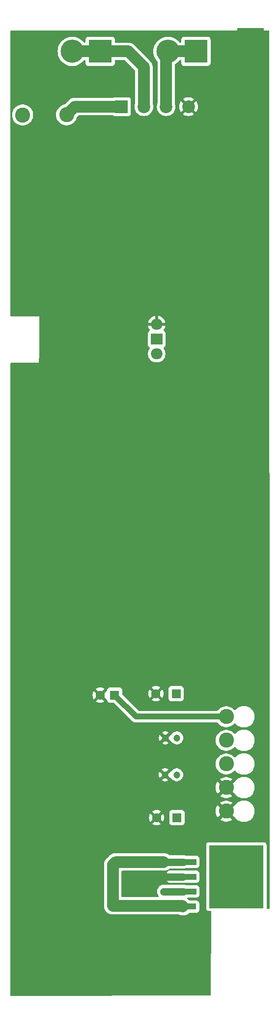
<source format=gbr>
%TF.GenerationSoftware,KiCad,Pcbnew,8.0.0*%
%TF.CreationDate,2025-04-28T00:15:23+02:00*%
%TF.ProjectId,LinearSaturn,4c696e65-6172-4536-9174-75726e2e6b69,rev?*%
%TF.SameCoordinates,Original*%
%TF.FileFunction,Copper,L1,Top*%
%TF.FilePolarity,Positive*%
%FSLAX46Y46*%
G04 Gerber Fmt 4.6, Leading zero omitted, Abs format (unit mm)*
G04 Created by KiCad (PCBNEW 8.0.0) date 2025-04-28 00:15:23*
%MOMM*%
%LPD*%
G01*
G04 APERTURE LIST*
%ADD10C,0.300000*%
%TA.AperFunction,NonConductor*%
%ADD11C,0.300000*%
%TD*%
%TA.AperFunction,ComponentPad*%
%ADD12R,1.600000X1.600000*%
%TD*%
%TA.AperFunction,ComponentPad*%
%ADD13C,1.600000*%
%TD*%
%TA.AperFunction,ComponentPad*%
%ADD14O,2.000000X1.905000*%
%TD*%
%TA.AperFunction,ComponentPad*%
%ADD15C,2.600000*%
%TD*%
%TA.AperFunction,ComponentPad*%
%ADD16O,4.000000X4.000000*%
%TD*%
%TA.AperFunction,ComponentPad*%
%ADD17R,2.000000X1.905000*%
%TD*%
%TA.AperFunction,SMDPad,CuDef*%
%ADD18R,4.000000X4.000000*%
%TD*%
%TA.AperFunction,ComponentPad*%
%ADD19C,1.200000*%
%TD*%
%TA.AperFunction,SMDPad,CuDef*%
%ADD20R,4.600000X1.100000*%
%TD*%
%TA.AperFunction,SMDPad,CuDef*%
%ADD21R,9.400000X10.800000*%
%TD*%
%TA.AperFunction,ComponentPad*%
%ADD22R,2.200000X2.200000*%
%TD*%
%TA.AperFunction,ComponentPad*%
%ADD23C,2.200000*%
%TD*%
%TA.AperFunction,ViaPad*%
%ADD24C,0.800000*%
%TD*%
%TA.AperFunction,Conductor*%
%ADD25C,2.000000*%
%TD*%
%TA.AperFunction,Conductor*%
%ADD26C,1.000000*%
%TD*%
%TA.AperFunction,Conductor*%
%ADD27C,1.250000*%
%TD*%
%TA.AperFunction,Conductor*%
%ADD28C,0.250000*%
%TD*%
G04 APERTURE END LIST*
D10*
D11*
X136625939Y-172800828D02*
X136911653Y-172800828D01*
X136911653Y-172800828D02*
X137054510Y-172729400D01*
X137054510Y-172729400D02*
X137125939Y-172657971D01*
X137125939Y-172657971D02*
X137268796Y-172443685D01*
X137268796Y-172443685D02*
X137340225Y-172157971D01*
X137340225Y-172157971D02*
X137340225Y-171586542D01*
X137340225Y-171586542D02*
X137268796Y-171443685D01*
X137268796Y-171443685D02*
X137197368Y-171372257D01*
X137197368Y-171372257D02*
X137054510Y-171300828D01*
X137054510Y-171300828D02*
X136768796Y-171300828D01*
X136768796Y-171300828D02*
X136625939Y-171372257D01*
X136625939Y-171372257D02*
X136554510Y-171443685D01*
X136554510Y-171443685D02*
X136483082Y-171586542D01*
X136483082Y-171586542D02*
X136483082Y-171943685D01*
X136483082Y-171943685D02*
X136554510Y-172086542D01*
X136554510Y-172086542D02*
X136625939Y-172157971D01*
X136625939Y-172157971D02*
X136768796Y-172229400D01*
X136768796Y-172229400D02*
X137054510Y-172229400D01*
X137054510Y-172229400D02*
X137197368Y-172157971D01*
X137197368Y-172157971D02*
X137268796Y-172086542D01*
X137268796Y-172086542D02*
X137340225Y-171943685D01*
X137840224Y-171800828D02*
X138197367Y-172800828D01*
X138197367Y-172800828D02*
X138554510Y-171800828D01*
X140268795Y-172800828D02*
X140268795Y-171300828D01*
X140983081Y-172800828D02*
X140983081Y-171300828D01*
X140983081Y-171300828D02*
X141840224Y-172800828D01*
X141840224Y-172800828D02*
X141840224Y-171300828D01*
D12*
%TO.P,25v 220uF,1*%
%TO.N,3.3v*%
X146050000Y-164338000D03*
D13*
%TO.P,25v 220uF,GND*%
%TO.N,GND*%
X142550000Y-164338000D03*
%TD*%
D14*
%TO.P,,3*%
%TO.N,N/C*%
X142564000Y-84540000D03*
%TD*%
D15*
%TO.P,,*%
%TO.N,*%
X154544000Y-146972000D03*
%TD*%
D16*
%TO.P,,2*%
%TO.N,N/C*%
X128000000Y-32500000D03*
%TD*%
D17*
%TO.P,,1*%
%TO.N,5v*%
X142564000Y-82000000D03*
%TD*%
D18*
%TO.P,DC IN,DC IN*%
%TO.N,N/C*%
X149326000Y-32500000D03*
%TD*%
D16*
%TO.P,,2*%
%TO.N,N/C*%
X144500000Y-32500000D03*
%TD*%
D19*
%TO.P,50v 0.1uF,*%
%TO.N,GND*%
X144050000Y-150622000D03*
%TO.P,50v 0.1uF,1*%
%TO.N,5v*%
X146050000Y-150622000D03*
%TD*%
D15*
%TO.P,,*%
%TO.N,GND*%
X154544000Y-159164000D03*
%TD*%
D13*
%TO.P,35v 100uF,*%
%TO.N,GND*%
X132810379Y-143256000D03*
D12*
%TO.P,35v 100uF,1*%
%TO.N,N/C*%
X135310379Y-143256000D03*
%TD*%
D15*
%TO.P,,*%
%TO.N,5v*%
X154544000Y-151036000D03*
%TD*%
D20*
%TO.P,LM2940A 3.3v TO263-3,*%
%TO.N,*%
X147133000Y-174498000D03*
D21*
X156283000Y-174498000D03*
D20*
%TO.P,LM2940A 3.3v TO263-3,1*%
%TO.N,N/C*%
X147133000Y-171958000D03*
%TO.P,LM2940A 3.3v TO263-3,3*%
%TO.N,3.3v*%
X147133000Y-177038000D03*
%TO.P,LM2940A 3.3v TO263-3,9V IN (ALT)*%
%TO.N,N/C*%
X147083000Y-179648000D03*
%TD*%
D15*
%TO.P,,*%
%TO.N,GND*%
X154544000Y-163228000D03*
%TD*%
D13*
%TO.P,25v 220uF,*%
%TO.N,GND*%
X142424651Y-143002000D03*
D12*
%TO.P,25v 220uF,5v*%
%TO.N,5v*%
X145924651Y-143002000D03*
%TD*%
D19*
%TO.P,50v 0.1uF,*%
%TO.N,GND*%
X144000000Y-156972000D03*
%TO.P,50v 0.1uF,1*%
%TO.N,3.3v*%
X146000000Y-156972000D03*
%TD*%
D15*
%TO.P,,*%
%TO.N,3.3v*%
X154544000Y-155100000D03*
%TD*%
%TO.P,,1*%
%TO.N,N/C*%
X119452000Y-43434000D03*
%TD*%
D14*
%TO.P,,GND*%
%TO.N,GND*%
X142564000Y-79460000D03*
%TD*%
D22*
%TO.P,REF\u002A\u002A,1*%
%TO.N,N/C*%
X136500000Y-42000000D03*
D23*
%TO.P,REF\u002A\u002A,2*%
X140350000Y-42000000D03*
%TO.P,REF\u002A\u002A,3*%
X144200000Y-42000000D03*
%TO.P,REF\u002A\u002A,4*%
%TO.N,GND*%
X148050000Y-42000000D03*
%TD*%
D18*
%TO.P,DC IN,DC IN*%
%TO.N,N/C*%
X132826000Y-32500000D03*
%TD*%
D15*
%TO.P,,1*%
%TO.N,N/C*%
X127030000Y-43410000D03*
%TD*%
D24*
%TO.N,*%
X143764000Y-171958000D03*
%TO.N,GND*%
X158750000Y-41402000D03*
X160528000Y-43180000D03*
X140395000Y-175260000D03*
X156972000Y-43180000D03*
X160528000Y-41402000D03*
X156972000Y-36322000D03*
X158750000Y-43180000D03*
X141411000Y-175260000D03*
X139379000Y-175260000D03*
X140395000Y-173990000D03*
X142427000Y-175260000D03*
X143443000Y-173990000D03*
X142427000Y-173990000D03*
X160528000Y-36322000D03*
X156972000Y-39878000D03*
X158750000Y-36322000D03*
X160528000Y-38100000D03*
X141411000Y-173990000D03*
X139379000Y-173990000D03*
X156972000Y-38100000D03*
X156972000Y-41402000D03*
X160528000Y-39878000D03*
X143443000Y-175260000D03*
X158750000Y-38100000D03*
X158750000Y-39878000D03*
%TO.N,3.3v*%
X143764000Y-177038000D03*
%TD*%
D25*
%TO.N,*%
X128000000Y-32500000D02*
X132826000Y-32500000D01*
X135000000Y-172458000D02*
X135000000Y-179500000D01*
D26*
X151078000Y-146972000D02*
X151080000Y-146970000D01*
D25*
X140350000Y-35198000D02*
X140350000Y-42000000D01*
X135000000Y-179500000D02*
X146935000Y-179500000D01*
X132826000Y-32500000D02*
X137652000Y-32500000D01*
X127030000Y-43410000D02*
X128440000Y-42000000D01*
X144500000Y-32500000D02*
X144200000Y-32800000D01*
X128440000Y-42000000D02*
X136500000Y-42000000D01*
X144200000Y-32800000D02*
X144200000Y-42000000D01*
X144500000Y-32500000D02*
X149326000Y-32500000D01*
X146935000Y-179500000D02*
X147083000Y-179648000D01*
X137652000Y-32500000D02*
X140350000Y-35198000D01*
D26*
X151080000Y-146970000D02*
X154542000Y-146970000D01*
D25*
X143764000Y-171958000D02*
X135500000Y-171958000D01*
D26*
X139026379Y-146972000D02*
X151078000Y-146972000D01*
D27*
X143764000Y-171958000D02*
X147133000Y-171958000D01*
D25*
X135500000Y-171958000D02*
X135000000Y-172458000D01*
D28*
X154542000Y-146970000D02*
X154544000Y-146972000D01*
X144500000Y-41700000D02*
X144200000Y-42000000D01*
D26*
X135310379Y-143256000D02*
X139026379Y-146972000D01*
%TO.N,GND*%
X140395000Y-173990000D02*
X140395000Y-175260000D01*
X158750000Y-32512000D02*
X158750000Y-43180000D01*
X141411000Y-173990000D02*
X141411000Y-175260000D01*
D28*
X158750000Y-32512000D02*
X160528000Y-34290000D01*
D26*
X143323000Y-174685000D02*
X143443000Y-174565000D01*
X143443000Y-175260000D02*
X139379000Y-175260000D01*
X156972000Y-43180000D02*
X160528000Y-43180000D01*
X143443000Y-174565000D02*
X143443000Y-175260000D01*
X143951000Y-174498000D02*
X143443000Y-173990000D01*
X160528000Y-34290000D02*
X160528000Y-36322000D01*
X139379000Y-174685000D02*
X143323000Y-174685000D01*
X160528000Y-36322000D02*
X160528000Y-43180000D01*
X156972000Y-34290000D02*
X156972000Y-36322000D01*
X143443000Y-173990000D02*
X143443000Y-174565000D01*
X139379000Y-174685000D02*
X139379000Y-175260000D01*
X144205000Y-174498000D02*
X143443000Y-175260000D01*
X156972000Y-36322000D02*
X156972000Y-43180000D01*
X156972000Y-39878000D02*
X160528000Y-39878000D01*
X139379000Y-173990000D02*
X139379000Y-174685000D01*
D27*
X147066000Y-174498000D02*
X143951000Y-174498000D01*
D26*
X156972000Y-38100000D02*
X160528000Y-38100000D01*
X156972000Y-41402000D02*
X160528000Y-41402000D01*
D28*
X158750000Y-32512000D02*
X156972000Y-34290000D01*
D26*
X156972000Y-36322000D02*
X160528000Y-36322000D01*
X142427000Y-173990000D02*
X142427000Y-175260000D01*
X143443000Y-173990000D02*
X139379000Y-173990000D01*
D27*
%TO.N,3.3v*%
X143764000Y-177038000D02*
X147133000Y-177038000D01*
%TD*%
%TA.AperFunction,Conductor*%
%TO.N,GND*%
G36*
X160980203Y-28468002D02*
G01*
X161026696Y-28521658D01*
X161038065Y-28571900D01*
X161290000Y-43688000D01*
X156464000Y-43688000D01*
X156464000Y-28574000D01*
X156484002Y-28505879D01*
X156537658Y-28459386D01*
X156590000Y-28448000D01*
X160912082Y-28448000D01*
X160980203Y-28468002D01*
G37*
%TD.AperFunction*%
%TD*%
%TA.AperFunction,Conductor*%
%TO.N,GND*%
G36*
X161932139Y-28930028D02*
G01*
X161978656Y-28983662D01*
X161990066Y-29035989D01*
X162069933Y-179934928D01*
X162049967Y-180003060D01*
X161996336Y-180049581D01*
X161944932Y-180060991D01*
X161618499Y-180063579D01*
X161550222Y-180044118D01*
X161503305Y-179990832D01*
X161491500Y-179937583D01*
X161491500Y-169049367D01*
X161491499Y-169049350D01*
X161484990Y-168988803D01*
X161484988Y-168988795D01*
X161433889Y-168851797D01*
X161433887Y-168851792D01*
X161346261Y-168734738D01*
X161229207Y-168647112D01*
X161229202Y-168647110D01*
X161092204Y-168596011D01*
X161092196Y-168596009D01*
X161031649Y-168589500D01*
X161031638Y-168589500D01*
X151534362Y-168589500D01*
X151534350Y-168589500D01*
X151473803Y-168596009D01*
X151473795Y-168596011D01*
X151336797Y-168647110D01*
X151336792Y-168647112D01*
X151219738Y-168734738D01*
X151132112Y-168851792D01*
X151132110Y-168851797D01*
X151081011Y-168988795D01*
X151081009Y-168988803D01*
X151074500Y-169049350D01*
X151074500Y-179946649D01*
X151081009Y-180007196D01*
X151081011Y-180007204D01*
X151132110Y-180144202D01*
X151132112Y-180144207D01*
X151219738Y-180261261D01*
X151336792Y-180348887D01*
X151336794Y-180348888D01*
X151336796Y-180348889D01*
X151395875Y-180370924D01*
X151473795Y-180399988D01*
X151473803Y-180399990D01*
X151534350Y-180406499D01*
X151534355Y-180406499D01*
X151534362Y-180406500D01*
X151534368Y-180406500D01*
X151851351Y-180406500D01*
X151919472Y-180426502D01*
X151965965Y-180480158D01*
X151977347Y-180533348D01*
X151975616Y-180790182D01*
X151880842Y-194845066D01*
X151860381Y-194913050D01*
X151806413Y-194959180D01*
X151755064Y-194970216D01*
X117456253Y-195029780D01*
X117388097Y-195009896D01*
X117341511Y-194956321D01*
X117330034Y-194903748D01*
X117336181Y-172581914D01*
X133491499Y-172581914D01*
X133491500Y-172581939D01*
X133491500Y-179381278D01*
X133491500Y-179618722D01*
X133528644Y-179853241D01*
X133528645Y-179853246D01*
X133596146Y-180060991D01*
X133602018Y-180079063D01*
X133709815Y-180290627D01*
X133849380Y-180482722D01*
X133849382Y-180482724D01*
X133849384Y-180482727D01*
X134017272Y-180650615D01*
X134017275Y-180650617D01*
X134017278Y-180650620D01*
X134209373Y-180790185D01*
X134420937Y-180897982D01*
X134646759Y-180971356D01*
X134881278Y-181008500D01*
X146400125Y-181008500D01*
X146457326Y-181022232D01*
X146503937Y-181045982D01*
X146729759Y-181119357D01*
X146964278Y-181156501D01*
X146964281Y-181156501D01*
X147201719Y-181156501D01*
X147201722Y-181156501D01*
X147436241Y-181119357D01*
X147662063Y-181045982D01*
X147873627Y-180938185D01*
X148065722Y-180798620D01*
X148120938Y-180743403D01*
X148183248Y-180709380D01*
X148210032Y-180706500D01*
X149431632Y-180706500D01*
X149431638Y-180706500D01*
X149431645Y-180706499D01*
X149431649Y-180706499D01*
X149492196Y-180699990D01*
X149492199Y-180699989D01*
X149492201Y-180699989D01*
X149629204Y-180648889D01*
X149746261Y-180561261D01*
X149833887Y-180444207D01*
X149833887Y-180444206D01*
X149833889Y-180444204D01*
X149884989Y-180307201D01*
X149891500Y-180246638D01*
X149891500Y-179049362D01*
X149891499Y-179049350D01*
X149884990Y-178988803D01*
X149884988Y-178988795D01*
X149833889Y-178851797D01*
X149833887Y-178851792D01*
X149746261Y-178734738D01*
X149629207Y-178647112D01*
X149629202Y-178647110D01*
X149492204Y-178596011D01*
X149492196Y-178596009D01*
X149431649Y-178589500D01*
X149431638Y-178589500D01*
X148210031Y-178589500D01*
X148141910Y-178569498D01*
X148120936Y-178552595D01*
X148090030Y-178521689D01*
X148090010Y-178521667D01*
X147917727Y-178349384D01*
X147917724Y-178349382D01*
X147917722Y-178349380D01*
X147883388Y-178324435D01*
X147840035Y-178268214D01*
X147833960Y-178197478D01*
X147867091Y-178134686D01*
X147928911Y-178099775D01*
X147957450Y-178096500D01*
X149481632Y-178096500D01*
X149481638Y-178096500D01*
X149481645Y-178096499D01*
X149481649Y-178096499D01*
X149542196Y-178089990D01*
X149542199Y-178089989D01*
X149542201Y-178089989D01*
X149679204Y-178038889D01*
X149776081Y-177966368D01*
X149796261Y-177951261D01*
X149883887Y-177834207D01*
X149883887Y-177834206D01*
X149883889Y-177834204D01*
X149934989Y-177697201D01*
X149941500Y-177636638D01*
X149941500Y-176439362D01*
X149941499Y-176439350D01*
X149934990Y-176378803D01*
X149934988Y-176378795D01*
X149883889Y-176241797D01*
X149883887Y-176241792D01*
X149796261Y-176124738D01*
X149679207Y-176037112D01*
X149679202Y-176037110D01*
X149542204Y-175986011D01*
X149542196Y-175986009D01*
X149481649Y-175979500D01*
X149481638Y-175979500D01*
X147563312Y-175979500D01*
X147524376Y-175973333D01*
X147398433Y-175932412D01*
X147398436Y-175932412D01*
X147365625Y-175927215D01*
X147222208Y-175904500D01*
X143674792Y-175904500D01*
X143498571Y-175932411D01*
X143498565Y-175932412D01*
X143328891Y-175987542D01*
X143328885Y-175987545D01*
X143169913Y-176068546D01*
X143025571Y-176173417D01*
X143025568Y-176173419D01*
X142899419Y-176299568D01*
X142899417Y-176299571D01*
X142794546Y-176443913D01*
X142713545Y-176602885D01*
X142713542Y-176602891D01*
X142658412Y-176772565D01*
X142658411Y-176772570D01*
X142658411Y-176772571D01*
X142630500Y-176948792D01*
X142630500Y-177127208D01*
X142658411Y-177303429D01*
X142658412Y-177303434D01*
X142713542Y-177473108D01*
X142713544Y-177473113D01*
X142794544Y-177632083D01*
X142899415Y-177776426D01*
X142899417Y-177776428D01*
X142902632Y-177780193D01*
X142901833Y-177780874D01*
X142933419Y-177838717D01*
X142928354Y-177909532D01*
X142885807Y-177966368D01*
X142819287Y-177991179D01*
X142810298Y-177991500D01*
X136634500Y-177991500D01*
X136566379Y-177971498D01*
X136519886Y-177917842D01*
X136508500Y-177865500D01*
X136508500Y-175096649D01*
X144324500Y-175096649D01*
X144331009Y-175157196D01*
X144331011Y-175157204D01*
X144382110Y-175294202D01*
X144382112Y-175294207D01*
X144469738Y-175411261D01*
X144586792Y-175498887D01*
X144586794Y-175498888D01*
X144586796Y-175498889D01*
X144645875Y-175520924D01*
X144723795Y-175549988D01*
X144723803Y-175549990D01*
X144784350Y-175556499D01*
X144784355Y-175556499D01*
X144784362Y-175556500D01*
X144784368Y-175556500D01*
X149481632Y-175556500D01*
X149481638Y-175556500D01*
X149481645Y-175556499D01*
X149481649Y-175556499D01*
X149542196Y-175549990D01*
X149542199Y-175549989D01*
X149542201Y-175549989D01*
X149679204Y-175498889D01*
X149796261Y-175411261D01*
X149883889Y-175294204D01*
X149934989Y-175157201D01*
X149941500Y-175096638D01*
X149941500Y-173899362D01*
X149941499Y-173899350D01*
X149934990Y-173838803D01*
X149934988Y-173838795D01*
X149883889Y-173701797D01*
X149883887Y-173701792D01*
X149796261Y-173584738D01*
X149679207Y-173497112D01*
X149679202Y-173497110D01*
X149542204Y-173446011D01*
X149542196Y-173446009D01*
X149481649Y-173439500D01*
X149481638Y-173439500D01*
X144784362Y-173439500D01*
X144784350Y-173439500D01*
X144723803Y-173446009D01*
X144723799Y-173446010D01*
X144681528Y-173461777D01*
X144610712Y-173466841D01*
X144567663Y-173443334D01*
X144569016Y-173474869D01*
X144533226Y-173536185D01*
X144522221Y-173545450D01*
X144469738Y-173584739D01*
X144382112Y-173701792D01*
X144382110Y-173701797D01*
X144331011Y-173838795D01*
X144331009Y-173838803D01*
X144324500Y-173899350D01*
X144324500Y-175096649D01*
X136508500Y-175096649D01*
X136508500Y-173592853D01*
X136528502Y-173524732D01*
X136582158Y-173478239D01*
X136634500Y-173466853D01*
X142555509Y-173466853D01*
X142558793Y-173466500D01*
X143882719Y-173466500D01*
X143882722Y-173466500D01*
X144117241Y-173429356D01*
X144343063Y-173355982D01*
X144389510Y-173332316D01*
X144459282Y-173319212D01*
X144516386Y-173342387D01*
X144519441Y-173299688D01*
X144561988Y-173242852D01*
X144563377Y-173241827D01*
X144737164Y-173115563D01*
X144804032Y-173091705D01*
X144811225Y-173091500D01*
X147222205Y-173091500D01*
X147222208Y-173091500D01*
X147398429Y-173063589D01*
X147524376Y-173022667D01*
X147563312Y-173016500D01*
X149481632Y-173016500D01*
X149481638Y-173016500D01*
X149481645Y-173016499D01*
X149481649Y-173016499D01*
X149542196Y-173009990D01*
X149542199Y-173009989D01*
X149542201Y-173009989D01*
X149679204Y-172958889D01*
X149796261Y-172871261D01*
X149883889Y-172754204D01*
X149934989Y-172617201D01*
X149941500Y-172556638D01*
X149941500Y-171359362D01*
X149935912Y-171307380D01*
X149934990Y-171298803D01*
X149934988Y-171298795D01*
X149883889Y-171161797D01*
X149883887Y-171161792D01*
X149796261Y-171044738D01*
X149679207Y-170957112D01*
X149679202Y-170957110D01*
X149542204Y-170906011D01*
X149542196Y-170906009D01*
X149481649Y-170899500D01*
X149481638Y-170899500D01*
X147563312Y-170899500D01*
X147524376Y-170893333D01*
X147398433Y-170852412D01*
X147398436Y-170852412D01*
X147365625Y-170847215D01*
X147222208Y-170824500D01*
X147222205Y-170824500D01*
X144811225Y-170824500D01*
X144743104Y-170804498D01*
X144737164Y-170800436D01*
X144554630Y-170667817D01*
X144554629Y-170667816D01*
X144554627Y-170667815D01*
X144343063Y-170560018D01*
X144343060Y-170560017D01*
X144343058Y-170560016D01*
X144117246Y-170486645D01*
X144117242Y-170486644D01*
X144117241Y-170486644D01*
X143882722Y-170449500D01*
X143882719Y-170449500D01*
X135623939Y-170449500D01*
X135623915Y-170449499D01*
X135618722Y-170449499D01*
X135381278Y-170449499D01*
X135146759Y-170486644D01*
X135146757Y-170486644D01*
X135146754Y-170486645D01*
X134920941Y-170560016D01*
X134920935Y-170560019D01*
X134709369Y-170667817D01*
X134517277Y-170807380D01*
X134472247Y-170852411D01*
X134349380Y-170975278D01*
X134349377Y-170975281D01*
X134017281Y-171307377D01*
X134017278Y-171307380D01*
X133965308Y-171359350D01*
X133849380Y-171475277D01*
X133755307Y-171604759D01*
X133709817Y-171667369D01*
X133602019Y-171878935D01*
X133602016Y-171878941D01*
X133528645Y-172104754D01*
X133491499Y-172339281D01*
X133491499Y-172581914D01*
X117336181Y-172581914D01*
X117338451Y-164338000D01*
X141237004Y-164338000D01*
X141256951Y-164566002D01*
X141316186Y-164787068D01*
X141316188Y-164787073D01*
X141412913Y-164994501D01*
X141462899Y-165065888D01*
X142150000Y-164378788D01*
X142150000Y-164390661D01*
X142177259Y-164492394D01*
X142229920Y-164583606D01*
X142304394Y-164658080D01*
X142395606Y-164710741D01*
X142497339Y-164738000D01*
X142509210Y-164738000D01*
X141822110Y-165425098D01*
X141822110Y-165425100D01*
X141893498Y-165475086D01*
X142100926Y-165571811D01*
X142100931Y-165571813D01*
X142321999Y-165631048D01*
X142321995Y-165631048D01*
X142550000Y-165650995D01*
X142778002Y-165631048D01*
X142999068Y-165571813D01*
X142999073Y-165571811D01*
X143206497Y-165475088D01*
X143277888Y-165425099D01*
X143277888Y-165425097D01*
X143039440Y-165186649D01*
X144741500Y-165186649D01*
X144748009Y-165247196D01*
X144748011Y-165247204D01*
X144799110Y-165384202D01*
X144799112Y-165384207D01*
X144886738Y-165501261D01*
X145003792Y-165588887D01*
X145003794Y-165588888D01*
X145003796Y-165588889D01*
X145062875Y-165610924D01*
X145140795Y-165639988D01*
X145140803Y-165639990D01*
X145201350Y-165646499D01*
X145201355Y-165646499D01*
X145201362Y-165646500D01*
X145201368Y-165646500D01*
X146898632Y-165646500D01*
X146898638Y-165646500D01*
X146898645Y-165646499D01*
X146898649Y-165646499D01*
X146959196Y-165639990D01*
X146959199Y-165639989D01*
X146959201Y-165639989D01*
X147096204Y-165588889D01*
X147119018Y-165571811D01*
X147213261Y-165501261D01*
X147300887Y-165384207D01*
X147300887Y-165384206D01*
X147300889Y-165384204D01*
X147351989Y-165247201D01*
X147358500Y-165186638D01*
X147358500Y-163489362D01*
X147358094Y-163485584D01*
X147351990Y-163428803D01*
X147351988Y-163428795D01*
X147300889Y-163291797D01*
X147300887Y-163291792D01*
X147253133Y-163228000D01*
X152730930Y-163228000D01*
X152751180Y-163498227D01*
X152811480Y-163762413D01*
X152811481Y-163762416D01*
X152910480Y-164014664D01*
X153045968Y-164249335D01*
X153098092Y-164314696D01*
X153098093Y-164314696D01*
X153605328Y-163807460D01*
X153704967Y-163944602D01*
X153827398Y-164067033D01*
X153964537Y-164166670D01*
X153456455Y-164674752D01*
X153456455Y-164674753D01*
X153637469Y-164798167D01*
X153637470Y-164798168D01*
X153881602Y-164915735D01*
X154140547Y-164995611D01*
X154140555Y-164995612D01*
X154408513Y-165036000D01*
X154679487Y-165036000D01*
X154947444Y-164995612D01*
X154947452Y-164995611D01*
X155206397Y-164915735D01*
X155450529Y-164798168D01*
X155450530Y-164798167D01*
X155631544Y-164674753D01*
X155123461Y-164166670D01*
X155260602Y-164067033D01*
X155383033Y-163944602D01*
X155482670Y-163807461D01*
X155989905Y-164314696D01*
X156022584Y-164312861D01*
X156091720Y-164329012D01*
X156129611Y-164361958D01*
X156197735Y-164450738D01*
X156197739Y-164450742D01*
X156197744Y-164450748D01*
X156369251Y-164622255D01*
X156369256Y-164622259D01*
X156369262Y-164622265D01*
X156561711Y-164769936D01*
X156561714Y-164769938D01*
X156771775Y-164891217D01*
X156771779Y-164891218D01*
X156771788Y-164891224D01*
X156995900Y-164984054D01*
X157230211Y-165046838D01*
X157230215Y-165046838D01*
X157230217Y-165046839D01*
X157292202Y-165054999D01*
X157470712Y-165078500D01*
X157470719Y-165078500D01*
X157713281Y-165078500D01*
X157713288Y-165078500D01*
X157930637Y-165049885D01*
X157953782Y-165046839D01*
X157953782Y-165046838D01*
X157953789Y-165046838D01*
X158188100Y-164984054D01*
X158412212Y-164891224D01*
X158622289Y-164769936D01*
X158814738Y-164622265D01*
X158986265Y-164450738D01*
X159133936Y-164258289D01*
X159255224Y-164048212D01*
X159348054Y-163824100D01*
X159410838Y-163589789D01*
X159442500Y-163349288D01*
X159442500Y-163106712D01*
X159410838Y-162866211D01*
X159348054Y-162631900D01*
X159255224Y-162407788D01*
X159255218Y-162407779D01*
X159255217Y-162407775D01*
X159133938Y-162197714D01*
X159133936Y-162197711D01*
X158986265Y-162005262D01*
X158986259Y-162005256D01*
X158986255Y-162005251D01*
X158814748Y-161833744D01*
X158814742Y-161833739D01*
X158814738Y-161833735D01*
X158622289Y-161686064D01*
X158622288Y-161686063D01*
X158622285Y-161686061D01*
X158412224Y-161564782D01*
X158412216Y-161564778D01*
X158412212Y-161564776D01*
X158188100Y-161471946D01*
X158188097Y-161471945D01*
X158188095Y-161471944D01*
X157953782Y-161409160D01*
X157713290Y-161377500D01*
X157713288Y-161377500D01*
X157470712Y-161377500D01*
X157470709Y-161377500D01*
X157230217Y-161409160D01*
X156995904Y-161471944D01*
X156995900Y-161471946D01*
X156830966Y-161540264D01*
X156771786Y-161564777D01*
X156771775Y-161564782D01*
X156561714Y-161686061D01*
X156369262Y-161833735D01*
X156369251Y-161833744D01*
X156197744Y-162005251D01*
X156197727Y-162005271D01*
X156129613Y-162094039D01*
X156072275Y-162135906D01*
X156022587Y-162143137D01*
X155989906Y-162141301D01*
X155482669Y-162648537D01*
X155383033Y-162511398D01*
X155260602Y-162388967D01*
X155123460Y-162289329D01*
X155631543Y-161781246D01*
X155631543Y-161781244D01*
X155450537Y-161657836D01*
X155450529Y-161657831D01*
X155206397Y-161540264D01*
X154947452Y-161460388D01*
X154947444Y-161460387D01*
X154679487Y-161420000D01*
X154408513Y-161420000D01*
X154140555Y-161460387D01*
X154140547Y-161460388D01*
X153881602Y-161540264D01*
X153637470Y-161657831D01*
X153637462Y-161657836D01*
X153456455Y-161781244D01*
X153456455Y-161781246D01*
X153964538Y-162289329D01*
X153827398Y-162388967D01*
X153704967Y-162511398D01*
X153605329Y-162648538D01*
X153098093Y-162141302D01*
X153098091Y-162141302D01*
X153045968Y-162206664D01*
X152910480Y-162441335D01*
X152811481Y-162693583D01*
X152811480Y-162693586D01*
X152751180Y-162957772D01*
X152730930Y-163228000D01*
X147253133Y-163228000D01*
X147213261Y-163174738D01*
X147096207Y-163087112D01*
X147096202Y-163087110D01*
X146959204Y-163036011D01*
X146959196Y-163036009D01*
X146898649Y-163029500D01*
X146898638Y-163029500D01*
X145201362Y-163029500D01*
X145201350Y-163029500D01*
X145140803Y-163036009D01*
X145140795Y-163036011D01*
X145003797Y-163087110D01*
X145003792Y-163087112D01*
X144886738Y-163174738D01*
X144799112Y-163291792D01*
X144799110Y-163291797D01*
X144748011Y-163428795D01*
X144748009Y-163428803D01*
X144741500Y-163489350D01*
X144741500Y-165186649D01*
X143039440Y-165186649D01*
X142590791Y-164738000D01*
X142602661Y-164738000D01*
X142704394Y-164710741D01*
X142795606Y-164658080D01*
X142870080Y-164583606D01*
X142922741Y-164492394D01*
X142950000Y-164390661D01*
X142950000Y-164378791D01*
X143637097Y-165065888D01*
X143637099Y-165065888D01*
X143687088Y-164994497D01*
X143783811Y-164787073D01*
X143783813Y-164787068D01*
X143843048Y-164566002D01*
X143862995Y-164338000D01*
X143843048Y-164109997D01*
X143783813Y-163888931D01*
X143783811Y-163888926D01*
X143687086Y-163681498D01*
X143637100Y-163610110D01*
X143637098Y-163610110D01*
X142950000Y-164297208D01*
X142950000Y-164285339D01*
X142922741Y-164183606D01*
X142870080Y-164092394D01*
X142795606Y-164017920D01*
X142704394Y-163965259D01*
X142602661Y-163938000D01*
X142590790Y-163938000D01*
X143277888Y-163250899D01*
X143277888Y-163250898D01*
X143206501Y-163200913D01*
X142999073Y-163104188D01*
X142999068Y-163104186D01*
X142778000Y-163044951D01*
X142778004Y-163044951D01*
X142550000Y-163025004D01*
X142321997Y-163044951D01*
X142100931Y-163104186D01*
X142100926Y-163104188D01*
X141893500Y-163200913D01*
X141822109Y-163250900D01*
X142509209Y-163938000D01*
X142497339Y-163938000D01*
X142395606Y-163965259D01*
X142304394Y-164017920D01*
X142229920Y-164092394D01*
X142177259Y-164183606D01*
X142150000Y-164285339D01*
X142150000Y-164297209D01*
X141462900Y-163610109D01*
X141412913Y-163681500D01*
X141316188Y-163888926D01*
X141316186Y-163888931D01*
X141256951Y-164109997D01*
X141237004Y-164338000D01*
X117338451Y-164338000D01*
X117339876Y-159164000D01*
X152730930Y-159164000D01*
X152751180Y-159434227D01*
X152811480Y-159698413D01*
X152811481Y-159698416D01*
X152910480Y-159950664D01*
X153045968Y-160185335D01*
X153098092Y-160250696D01*
X153098093Y-160250696D01*
X153605328Y-159743460D01*
X153704967Y-159880602D01*
X153827398Y-160003033D01*
X153964537Y-160102670D01*
X153456455Y-160610752D01*
X153456455Y-160610753D01*
X153637469Y-160734167D01*
X153637470Y-160734168D01*
X153881602Y-160851735D01*
X154140547Y-160931611D01*
X154140555Y-160931612D01*
X154408513Y-160972000D01*
X154679487Y-160972000D01*
X154947444Y-160931612D01*
X154947452Y-160931611D01*
X155206397Y-160851735D01*
X155450529Y-160734168D01*
X155450530Y-160734167D01*
X155631544Y-160610753D01*
X155123461Y-160102670D01*
X155260602Y-160003033D01*
X155383033Y-159880602D01*
X155482670Y-159743461D01*
X155989905Y-160250696D01*
X156022584Y-160248861D01*
X156091720Y-160265012D01*
X156129611Y-160297958D01*
X156197735Y-160386738D01*
X156197739Y-160386742D01*
X156197744Y-160386748D01*
X156369251Y-160558255D01*
X156369256Y-160558259D01*
X156369262Y-160558265D01*
X156561711Y-160705936D01*
X156561714Y-160705938D01*
X156771775Y-160827217D01*
X156771779Y-160827218D01*
X156771788Y-160827224D01*
X156995900Y-160920054D01*
X157230211Y-160982838D01*
X157230215Y-160982838D01*
X157230217Y-160982839D01*
X157292202Y-160990999D01*
X157470712Y-161014500D01*
X157470719Y-161014500D01*
X157713281Y-161014500D01*
X157713288Y-161014500D01*
X157930637Y-160985885D01*
X157953782Y-160982839D01*
X157953782Y-160982838D01*
X157953789Y-160982838D01*
X158188100Y-160920054D01*
X158412212Y-160827224D01*
X158622289Y-160705936D01*
X158814738Y-160558265D01*
X158986265Y-160386738D01*
X159133936Y-160194289D01*
X159255224Y-159984212D01*
X159348054Y-159760100D01*
X159410838Y-159525789D01*
X159442500Y-159285288D01*
X159442500Y-159042712D01*
X159410838Y-158802211D01*
X159348054Y-158567900D01*
X159255224Y-158343788D01*
X159255218Y-158343779D01*
X159255217Y-158343775D01*
X159133938Y-158133714D01*
X159133936Y-158133711D01*
X158986265Y-157941262D01*
X158986259Y-157941256D01*
X158986255Y-157941251D01*
X158814748Y-157769744D01*
X158814742Y-157769739D01*
X158814738Y-157769735D01*
X158622289Y-157622064D01*
X158622288Y-157622063D01*
X158622285Y-157622061D01*
X158412224Y-157500782D01*
X158412216Y-157500778D01*
X158412212Y-157500776D01*
X158188100Y-157407946D01*
X158188097Y-157407945D01*
X158188095Y-157407944D01*
X157953782Y-157345160D01*
X157713290Y-157313500D01*
X157713288Y-157313500D01*
X157470712Y-157313500D01*
X157470709Y-157313500D01*
X157230217Y-157345160D01*
X156995904Y-157407944D01*
X156995900Y-157407946D01*
X156830966Y-157476264D01*
X156771786Y-157500777D01*
X156771775Y-157500782D01*
X156561714Y-157622061D01*
X156369262Y-157769735D01*
X156369251Y-157769744D01*
X156197744Y-157941251D01*
X156197727Y-157941271D01*
X156129613Y-158030039D01*
X156072275Y-158071906D01*
X156022587Y-158079137D01*
X155989906Y-158077301D01*
X155482669Y-158584537D01*
X155383033Y-158447398D01*
X155260602Y-158324967D01*
X155123460Y-158225329D01*
X155631543Y-157717246D01*
X155631543Y-157717244D01*
X155450537Y-157593836D01*
X155450529Y-157593831D01*
X155206397Y-157476264D01*
X154947452Y-157396388D01*
X154947444Y-157396387D01*
X154679487Y-157356000D01*
X154408513Y-157356000D01*
X154140555Y-157396387D01*
X154140547Y-157396388D01*
X153881602Y-157476264D01*
X153637470Y-157593831D01*
X153637462Y-157593836D01*
X153456455Y-157717244D01*
X153456455Y-157717246D01*
X153964538Y-158225329D01*
X153827398Y-158324967D01*
X153704967Y-158447398D01*
X153605329Y-158584538D01*
X153098093Y-158077302D01*
X153098091Y-158077302D01*
X153045968Y-158142664D01*
X152910480Y-158377335D01*
X152811481Y-158629583D01*
X152811480Y-158629586D01*
X152751180Y-158893772D01*
X152730930Y-159164000D01*
X117339876Y-159164000D01*
X117340220Y-157914214D01*
X143416994Y-157914214D01*
X143504007Y-157968090D01*
X143504014Y-157968093D01*
X143695474Y-158042266D01*
X143695477Y-158042267D01*
X143897331Y-158080000D01*
X144102669Y-158080000D01*
X144304522Y-158042267D01*
X144304525Y-158042266D01*
X144495988Y-157968092D01*
X144495997Y-157968087D01*
X144583005Y-157914214D01*
X144000001Y-157331210D01*
X144000000Y-157331210D01*
X143416994Y-157914214D01*
X117340220Y-157914214D01*
X117340480Y-156972004D01*
X142887253Y-156972004D01*
X142906199Y-157176461D01*
X142906199Y-157176465D01*
X142962391Y-157373962D01*
X142962394Y-157373970D01*
X143053922Y-157557785D01*
X143053925Y-157557789D01*
X143054387Y-157558400D01*
X143054388Y-157558400D01*
X143601293Y-157011496D01*
X143700000Y-157011496D01*
X143720444Y-157087796D01*
X143759940Y-157156205D01*
X143815795Y-157212060D01*
X143884204Y-157251556D01*
X143960504Y-157272000D01*
X144039496Y-157272000D01*
X144115796Y-157251556D01*
X144184205Y-157212060D01*
X144240060Y-157156205D01*
X144279556Y-157087796D01*
X144300000Y-157011496D01*
X144300000Y-156972001D01*
X144359210Y-156972001D01*
X144945609Y-157558400D01*
X144980375Y-157556016D01*
X145049705Y-157571310D01*
X145089547Y-157605789D01*
X145177297Y-157721990D01*
X145329116Y-157860391D01*
X145329118Y-157860392D01*
X145503782Y-157968540D01*
X145695345Y-158042751D01*
X145897282Y-158080500D01*
X145897285Y-158080500D01*
X146102715Y-158080500D01*
X146102718Y-158080500D01*
X146304655Y-158042751D01*
X146496218Y-157968540D01*
X146670882Y-157860392D01*
X146822701Y-157721991D01*
X146946503Y-157558050D01*
X146946504Y-157558046D01*
X146946506Y-157558045D01*
X147038070Y-157374160D01*
X147038069Y-157374160D01*
X147038074Y-157374152D01*
X147094294Y-157176559D01*
X147113249Y-156972000D01*
X147094294Y-156767441D01*
X147038125Y-156570029D01*
X147038076Y-156569855D01*
X147038075Y-156569854D01*
X147038074Y-156569848D01*
X147038070Y-156569839D01*
X146946506Y-156385954D01*
X146946502Y-156385949D01*
X146822702Y-156222009D01*
X146670883Y-156083608D01*
X146496223Y-155975463D01*
X146496222Y-155975462D01*
X146496218Y-155975460D01*
X146353636Y-155920224D01*
X146304656Y-155901249D01*
X146254170Y-155891811D01*
X146102718Y-155863500D01*
X145897282Y-155863500D01*
X145776119Y-155886149D01*
X145695343Y-155901249D01*
X145546921Y-155958748D01*
X145503782Y-155975460D01*
X145503781Y-155975460D01*
X145503780Y-155975461D01*
X145503776Y-155975463D01*
X145329116Y-156083608D01*
X145177297Y-156222009D01*
X145089538Y-156338223D01*
X145032525Y-156380530D01*
X144980317Y-156387992D01*
X144945611Y-156385597D01*
X144359210Y-156971999D01*
X144359210Y-156972001D01*
X144300000Y-156972001D01*
X144300000Y-156932504D01*
X144279556Y-156856204D01*
X144240060Y-156787795D01*
X144184205Y-156731940D01*
X144115796Y-156692444D01*
X144039496Y-156672000D01*
X143960504Y-156672000D01*
X143884204Y-156692444D01*
X143815795Y-156731940D01*
X143759940Y-156787795D01*
X143720444Y-156856204D01*
X143700000Y-156932504D01*
X143700000Y-157011496D01*
X143601293Y-157011496D01*
X143640790Y-156971999D01*
X143054389Y-156385598D01*
X143054387Y-156385598D01*
X143053923Y-156386213D01*
X142962394Y-156570029D01*
X142962391Y-156570037D01*
X142906199Y-156767534D01*
X142906199Y-156767538D01*
X142887253Y-156971995D01*
X142887253Y-156972004D01*
X117340480Y-156972004D01*
X117340740Y-156029784D01*
X143416993Y-156029784D01*
X143999999Y-156612790D01*
X144000000Y-156612790D01*
X144583005Y-156029783D01*
X144495999Y-155975913D01*
X144495987Y-155975907D01*
X144304525Y-155901733D01*
X144304522Y-155901732D01*
X144102669Y-155864000D01*
X143897331Y-155864000D01*
X143695477Y-155901732D01*
X143695474Y-155901733D01*
X143504004Y-155975910D01*
X143504000Y-155975912D01*
X143416993Y-156029783D01*
X143416993Y-156029784D01*
X117340740Y-156029784D01*
X117340996Y-155100000D01*
X152730429Y-155100000D01*
X152750685Y-155370302D01*
X152811001Y-155634560D01*
X152811002Y-155634562D01*
X152910027Y-155886875D01*
X152910030Y-155886883D01*
X153045554Y-156121617D01*
X153045556Y-156121620D01*
X153045557Y-156121621D01*
X153110648Y-156203243D01*
X153214561Y-156333546D01*
X153273241Y-156387992D01*
X153413257Y-156517907D01*
X153413263Y-156517911D01*
X153637205Y-156670593D01*
X153637212Y-156670597D01*
X153637215Y-156670599D01*
X153682577Y-156692444D01*
X153881423Y-156788204D01*
X153881436Y-156788209D01*
X154140431Y-156868098D01*
X154140433Y-156868098D01*
X154140442Y-156868101D01*
X154408472Y-156908500D01*
X154408476Y-156908500D01*
X154679524Y-156908500D01*
X154679528Y-156908500D01*
X154947558Y-156868101D01*
X154947568Y-156868098D01*
X155206563Y-156788209D01*
X155206565Y-156788207D01*
X155206572Y-156788206D01*
X155206577Y-156788203D01*
X155206581Y-156788202D01*
X155450780Y-156670602D01*
X155450780Y-156670601D01*
X155450786Y-156670599D01*
X155674743Y-156517907D01*
X155873442Y-156333542D01*
X155942514Y-156246927D01*
X156000625Y-156206140D01*
X156071562Y-156203243D01*
X156132804Y-156239159D01*
X156140982Y-156248776D01*
X156197734Y-156322737D01*
X156197735Y-156322738D01*
X156197744Y-156322748D01*
X156369251Y-156494255D01*
X156369256Y-156494259D01*
X156369262Y-156494265D01*
X156561711Y-156641936D01*
X156561714Y-156641938D01*
X156771775Y-156763217D01*
X156771779Y-156763218D01*
X156771788Y-156763224D01*
X156995900Y-156856054D01*
X157230211Y-156918838D01*
X157230215Y-156918838D01*
X157230217Y-156918839D01*
X157292202Y-156926999D01*
X157470712Y-156950500D01*
X157470719Y-156950500D01*
X157713281Y-156950500D01*
X157713288Y-156950500D01*
X157930637Y-156921885D01*
X157953782Y-156918839D01*
X157953782Y-156918838D01*
X157953789Y-156918838D01*
X158188100Y-156856054D01*
X158412212Y-156763224D01*
X158622289Y-156641936D01*
X158814738Y-156494265D01*
X158986265Y-156322738D01*
X159133936Y-156130289D01*
X159255224Y-155920212D01*
X159348054Y-155696100D01*
X159410838Y-155461789D01*
X159442500Y-155221288D01*
X159442500Y-154978712D01*
X159410838Y-154738211D01*
X159348054Y-154503900D01*
X159255224Y-154279788D01*
X159255218Y-154279779D01*
X159255217Y-154279775D01*
X159133938Y-154069714D01*
X159133936Y-154069711D01*
X158986265Y-153877262D01*
X158986259Y-153877256D01*
X158986255Y-153877251D01*
X158814748Y-153705744D01*
X158814742Y-153705739D01*
X158814738Y-153705735D01*
X158622289Y-153558064D01*
X158622288Y-153558063D01*
X158622285Y-153558061D01*
X158412224Y-153436782D01*
X158412216Y-153436778D01*
X158412212Y-153436776D01*
X158188100Y-153343946D01*
X158188097Y-153343945D01*
X158188095Y-153343944D01*
X157953782Y-153281160D01*
X157713290Y-153249500D01*
X157713288Y-153249500D01*
X157470712Y-153249500D01*
X157470709Y-153249500D01*
X157230217Y-153281160D01*
X156995904Y-153343944D01*
X156995900Y-153343946D01*
X156771786Y-153436777D01*
X156771775Y-153436782D01*
X156561714Y-153558061D01*
X156369262Y-153705735D01*
X156369251Y-153705744D01*
X156197744Y-153877251D01*
X156197732Y-153877264D01*
X156140986Y-153951217D01*
X156083647Y-153993084D01*
X156012776Y-153997305D01*
X155950874Y-153962540D01*
X155942513Y-153953071D01*
X155873442Y-153866457D01*
X155873439Y-153866455D01*
X155674748Y-153682098D01*
X155674742Y-153682092D01*
X155576736Y-153615273D01*
X155450786Y-153529401D01*
X155450783Y-153529400D01*
X155450781Y-153529398D01*
X155450780Y-153529397D01*
X155206581Y-153411797D01*
X155206563Y-153411790D01*
X154947568Y-153331901D01*
X154947560Y-153331899D01*
X154947558Y-153331899D01*
X154679528Y-153291500D01*
X154408472Y-153291500D01*
X154140442Y-153331899D01*
X154140440Y-153331899D01*
X154140431Y-153331901D01*
X153881436Y-153411790D01*
X153881423Y-153411795D01*
X153637212Y-153529402D01*
X153637205Y-153529406D01*
X153413263Y-153682088D01*
X153413251Y-153682098D01*
X153214561Y-153866453D01*
X153045554Y-154078382D01*
X152910030Y-154313116D01*
X152910027Y-154313124D01*
X152811002Y-154565437D01*
X152811001Y-154565439D01*
X152750685Y-154829697D01*
X152730429Y-155100000D01*
X117340996Y-155100000D01*
X117341970Y-151564214D01*
X143466994Y-151564214D01*
X143554007Y-151618090D01*
X143554014Y-151618093D01*
X143745474Y-151692266D01*
X143745477Y-151692267D01*
X143947331Y-151730000D01*
X144152669Y-151730000D01*
X144354522Y-151692267D01*
X144354525Y-151692266D01*
X144545988Y-151618092D01*
X144545997Y-151618087D01*
X144633005Y-151564214D01*
X144050001Y-150981210D01*
X144050000Y-150981210D01*
X143466994Y-151564214D01*
X117341970Y-151564214D01*
X117342229Y-150622004D01*
X142937253Y-150622004D01*
X142956199Y-150826461D01*
X142956199Y-150826465D01*
X143012391Y-151023962D01*
X143012394Y-151023970D01*
X143103922Y-151207785D01*
X143103925Y-151207789D01*
X143104387Y-151208400D01*
X143104388Y-151208400D01*
X143651293Y-150661496D01*
X143750000Y-150661496D01*
X143770444Y-150737796D01*
X143809940Y-150806205D01*
X143865795Y-150862060D01*
X143934204Y-150901556D01*
X144010504Y-150922000D01*
X144089496Y-150922000D01*
X144165796Y-150901556D01*
X144234205Y-150862060D01*
X144290060Y-150806205D01*
X144329556Y-150737796D01*
X144350000Y-150661496D01*
X144350000Y-150622001D01*
X144409210Y-150622001D01*
X144995609Y-151208400D01*
X145030375Y-151206016D01*
X145099705Y-151221310D01*
X145139547Y-151255789D01*
X145227297Y-151371990D01*
X145379116Y-151510391D01*
X145379118Y-151510392D01*
X145553782Y-151618540D01*
X145745345Y-151692751D01*
X145947282Y-151730500D01*
X145947285Y-151730500D01*
X146152715Y-151730500D01*
X146152718Y-151730500D01*
X146354655Y-151692751D01*
X146546218Y-151618540D01*
X146720882Y-151510392D01*
X146872701Y-151371991D01*
X146996503Y-151208050D01*
X146996504Y-151208046D01*
X146996506Y-151208045D01*
X147082174Y-151036000D01*
X152730429Y-151036000D01*
X152750685Y-151306302D01*
X152811001Y-151570560D01*
X152811002Y-151570562D01*
X152910027Y-151822875D01*
X152910030Y-151822883D01*
X153045554Y-152057617D01*
X153045556Y-152057620D01*
X153045557Y-152057621D01*
X153110648Y-152139243D01*
X153214561Y-152269546D01*
X153361106Y-152405518D01*
X153413257Y-152453907D01*
X153413263Y-152453911D01*
X153637205Y-152606593D01*
X153637212Y-152606597D01*
X153637215Y-152606599D01*
X153778003Y-152674399D01*
X153881423Y-152724204D01*
X153881436Y-152724209D01*
X154140431Y-152804098D01*
X154140433Y-152804098D01*
X154140442Y-152804101D01*
X154408472Y-152844500D01*
X154408476Y-152844500D01*
X154679524Y-152844500D01*
X154679528Y-152844500D01*
X154947558Y-152804101D01*
X154947568Y-152804098D01*
X155206563Y-152724209D01*
X155206565Y-152724207D01*
X155206572Y-152724206D01*
X155206577Y-152724203D01*
X155206581Y-152724202D01*
X155450780Y-152606602D01*
X155450780Y-152606601D01*
X155450786Y-152606599D01*
X155674743Y-152453907D01*
X155873442Y-152269542D01*
X155942514Y-152182927D01*
X156000625Y-152142140D01*
X156071562Y-152139243D01*
X156132804Y-152175159D01*
X156140982Y-152184776D01*
X156197734Y-152258737D01*
X156197735Y-152258738D01*
X156197744Y-152258748D01*
X156369251Y-152430255D01*
X156369256Y-152430259D01*
X156369262Y-152430265D01*
X156561711Y-152577936D01*
X156561714Y-152577938D01*
X156771775Y-152699217D01*
X156771779Y-152699218D01*
X156771788Y-152699224D01*
X156995900Y-152792054D01*
X157230211Y-152854838D01*
X157230215Y-152854838D01*
X157230217Y-152854839D01*
X157292202Y-152862999D01*
X157470712Y-152886500D01*
X157470719Y-152886500D01*
X157713281Y-152886500D01*
X157713288Y-152886500D01*
X157930637Y-152857885D01*
X157953782Y-152854839D01*
X157953782Y-152854838D01*
X157953789Y-152854838D01*
X158188100Y-152792054D01*
X158412212Y-152699224D01*
X158622289Y-152577936D01*
X158814738Y-152430265D01*
X158986265Y-152258738D01*
X159133936Y-152066289D01*
X159255224Y-151856212D01*
X159348054Y-151632100D01*
X159410838Y-151397789D01*
X159442500Y-151157288D01*
X159442500Y-150914712D01*
X159410838Y-150674211D01*
X159348054Y-150439900D01*
X159255224Y-150215788D01*
X159255218Y-150215779D01*
X159255217Y-150215775D01*
X159133938Y-150005714D01*
X159120517Y-149988223D01*
X158986265Y-149813262D01*
X158986259Y-149813256D01*
X158986255Y-149813251D01*
X158814748Y-149641744D01*
X158814742Y-149641739D01*
X158814738Y-149641735D01*
X158622289Y-149494064D01*
X158622288Y-149494063D01*
X158622285Y-149494061D01*
X158412224Y-149372782D01*
X158412216Y-149372778D01*
X158412212Y-149372776D01*
X158188100Y-149279946D01*
X158188097Y-149279945D01*
X158188095Y-149279944D01*
X157953782Y-149217160D01*
X157713290Y-149185500D01*
X157713288Y-149185500D01*
X157470712Y-149185500D01*
X157470709Y-149185500D01*
X157230217Y-149217160D01*
X156995904Y-149279944D01*
X156995900Y-149279946D01*
X156771786Y-149372777D01*
X156771775Y-149372782D01*
X156561714Y-149494061D01*
X156369262Y-149641735D01*
X156369251Y-149641744D01*
X156197744Y-149813251D01*
X156197732Y-149813264D01*
X156140986Y-149887217D01*
X156083647Y-149929084D01*
X156012776Y-149933305D01*
X155950874Y-149898540D01*
X155942513Y-149889071D01*
X155873442Y-149802457D01*
X155873439Y-149802455D01*
X155683170Y-149625912D01*
X155674743Y-149618093D01*
X155450786Y-149465401D01*
X155450783Y-149465400D01*
X155450781Y-149465398D01*
X155450780Y-149465397D01*
X155206581Y-149347797D01*
X155206563Y-149347790D01*
X154947568Y-149267901D01*
X154947560Y-149267899D01*
X154947558Y-149267899D01*
X154679528Y-149227500D01*
X154408472Y-149227500D01*
X154140442Y-149267899D01*
X154140440Y-149267899D01*
X154140431Y-149267901D01*
X153881436Y-149347790D01*
X153881423Y-149347795D01*
X153637212Y-149465402D01*
X153637205Y-149465406D01*
X153413263Y-149618088D01*
X153413251Y-149618098D01*
X153214561Y-149802453D01*
X153045554Y-150014382D01*
X152910030Y-150249116D01*
X152910027Y-150249124D01*
X152811002Y-150501437D01*
X152811001Y-150501439D01*
X152750685Y-150765697D01*
X152730429Y-151036000D01*
X147082174Y-151036000D01*
X147088070Y-151024160D01*
X147088069Y-151024160D01*
X147088074Y-151024152D01*
X147144294Y-150826559D01*
X147163249Y-150622000D01*
X147144294Y-150417441D01*
X147088125Y-150220029D01*
X147088076Y-150219855D01*
X147088075Y-150219854D01*
X147088074Y-150219848D01*
X147088070Y-150219839D01*
X146996506Y-150035954D01*
X146996502Y-150035949D01*
X146872702Y-149872009D01*
X146720883Y-149733608D01*
X146546223Y-149625463D01*
X146546222Y-149625462D01*
X146546218Y-149625460D01*
X146428867Y-149579998D01*
X146354656Y-149551249D01*
X146304170Y-149541811D01*
X146152718Y-149513500D01*
X145947282Y-149513500D01*
X145826119Y-149536149D01*
X145745343Y-149551249D01*
X145596921Y-149608748D01*
X145553782Y-149625460D01*
X145553781Y-149625460D01*
X145553780Y-149625461D01*
X145553776Y-149625463D01*
X145379116Y-149733608D01*
X145227297Y-149872009D01*
X145139538Y-149988223D01*
X145082525Y-150030530D01*
X145030317Y-150037992D01*
X144995611Y-150035597D01*
X144409210Y-150621999D01*
X144409210Y-150622001D01*
X144350000Y-150622001D01*
X144350000Y-150582504D01*
X144329556Y-150506204D01*
X144290060Y-150437795D01*
X144234205Y-150381940D01*
X144165796Y-150342444D01*
X144089496Y-150322000D01*
X144010504Y-150322000D01*
X143934204Y-150342444D01*
X143865795Y-150381940D01*
X143809940Y-150437795D01*
X143770444Y-150506204D01*
X143750000Y-150582504D01*
X143750000Y-150661496D01*
X143651293Y-150661496D01*
X143690790Y-150621999D01*
X143104389Y-150035598D01*
X143104387Y-150035598D01*
X143103923Y-150036213D01*
X143012394Y-150220029D01*
X143012391Y-150220037D01*
X142956199Y-150417534D01*
X142956199Y-150417538D01*
X142937253Y-150621995D01*
X142937253Y-150622004D01*
X117342229Y-150622004D01*
X117342488Y-149679784D01*
X143466993Y-149679784D01*
X144049999Y-150262790D01*
X144050000Y-150262790D01*
X144633005Y-149679783D01*
X144545999Y-149625913D01*
X144545987Y-149625907D01*
X144354525Y-149551733D01*
X144354522Y-149551732D01*
X144152669Y-149514000D01*
X143947331Y-149514000D01*
X143745477Y-149551732D01*
X143745474Y-149551733D01*
X143554004Y-149625910D01*
X143554000Y-149625912D01*
X143466993Y-149679783D01*
X143466993Y-149679784D01*
X117342488Y-149679784D01*
X117344257Y-143256000D01*
X131497383Y-143256000D01*
X131517330Y-143484002D01*
X131576565Y-143705068D01*
X131576567Y-143705073D01*
X131673292Y-143912501D01*
X131723278Y-143983888D01*
X132410379Y-143296788D01*
X132410379Y-143308661D01*
X132437638Y-143410394D01*
X132490299Y-143501606D01*
X132564773Y-143576080D01*
X132655985Y-143628741D01*
X132757718Y-143656000D01*
X132769589Y-143656000D01*
X132082489Y-144343098D01*
X132082489Y-144343100D01*
X132153877Y-144393086D01*
X132361305Y-144489811D01*
X132361310Y-144489813D01*
X132582378Y-144549048D01*
X132582374Y-144549048D01*
X132810379Y-144568995D01*
X133038381Y-144549048D01*
X133259447Y-144489813D01*
X133259452Y-144489811D01*
X133466876Y-144393088D01*
X133538267Y-144343099D01*
X133538267Y-144343097D01*
X132851170Y-143656000D01*
X132863040Y-143656000D01*
X132964773Y-143628741D01*
X133055985Y-143576080D01*
X133130459Y-143501606D01*
X133183120Y-143410394D01*
X133210379Y-143308661D01*
X133210379Y-143296791D01*
X133909155Y-143995567D01*
X133934725Y-144000705D01*
X133985719Y-144050103D01*
X134000720Y-144101368D01*
X134001518Y-144101283D01*
X134008388Y-144165196D01*
X134008390Y-144165204D01*
X134059489Y-144302202D01*
X134059491Y-144302207D01*
X134147117Y-144419261D01*
X134264171Y-144506887D01*
X134264173Y-144506888D01*
X134264175Y-144506889D01*
X134323254Y-144528924D01*
X134401174Y-144557988D01*
X134401182Y-144557990D01*
X134461729Y-144564499D01*
X134461734Y-144564499D01*
X134461741Y-144564500D01*
X135140455Y-144564500D01*
X135208576Y-144584502D01*
X135229549Y-144601404D01*
X138383498Y-147755354D01*
X138548676Y-147865722D01*
X138656188Y-147910254D01*
X138732210Y-147941744D01*
X138927050Y-147980500D01*
X138927051Y-147980500D01*
X151177328Y-147980500D01*
X151177329Y-147980500D01*
X151177329Y-147980499D01*
X151183493Y-147979893D01*
X151183513Y-147980104D01*
X151199795Y-147978500D01*
X152972821Y-147978500D01*
X153040942Y-147998502D01*
X153071329Y-148025938D01*
X153110648Y-148075243D01*
X153214557Y-148205542D01*
X153214560Y-148205544D01*
X153413257Y-148389907D01*
X153413263Y-148389911D01*
X153637205Y-148542593D01*
X153637212Y-148542597D01*
X153637215Y-148542599D01*
X153778003Y-148610399D01*
X153881423Y-148660204D01*
X153881436Y-148660209D01*
X154140431Y-148740098D01*
X154140433Y-148740098D01*
X154140442Y-148740101D01*
X154408472Y-148780500D01*
X154408476Y-148780500D01*
X154679524Y-148780500D01*
X154679528Y-148780500D01*
X154947558Y-148740101D01*
X154947568Y-148740098D01*
X155206563Y-148660209D01*
X155206565Y-148660207D01*
X155206572Y-148660206D01*
X155206577Y-148660203D01*
X155206581Y-148660202D01*
X155450780Y-148542602D01*
X155450780Y-148542601D01*
X155450786Y-148542599D01*
X155674743Y-148389907D01*
X155873442Y-148205542D01*
X155942514Y-148118927D01*
X156000625Y-148078140D01*
X156071562Y-148075243D01*
X156132804Y-148111159D01*
X156140982Y-148120776D01*
X156197734Y-148194737D01*
X156197735Y-148194738D01*
X156197744Y-148194748D01*
X156369251Y-148366255D01*
X156369256Y-148366259D01*
X156369262Y-148366265D01*
X156561711Y-148513936D01*
X156561714Y-148513938D01*
X156771775Y-148635217D01*
X156771779Y-148635218D01*
X156771788Y-148635224D01*
X156995900Y-148728054D01*
X157230211Y-148790838D01*
X157230215Y-148790838D01*
X157230217Y-148790839D01*
X157292202Y-148798999D01*
X157470712Y-148822500D01*
X157470719Y-148822500D01*
X157713281Y-148822500D01*
X157713288Y-148822500D01*
X157930637Y-148793885D01*
X157953782Y-148790839D01*
X157953782Y-148790838D01*
X157953789Y-148790838D01*
X158188100Y-148728054D01*
X158412212Y-148635224D01*
X158622289Y-148513936D01*
X158814738Y-148366265D01*
X158986265Y-148194738D01*
X159133936Y-148002289D01*
X159255224Y-147792212D01*
X159348054Y-147568100D01*
X159410838Y-147333789D01*
X159442500Y-147093288D01*
X159442500Y-146850712D01*
X159410838Y-146610211D01*
X159348054Y-146375900D01*
X159255224Y-146151788D01*
X159255218Y-146151779D01*
X159255217Y-146151775D01*
X159133938Y-145941714D01*
X159122337Y-145926595D01*
X158986265Y-145749262D01*
X158986259Y-145749256D01*
X158986255Y-145749251D01*
X158814748Y-145577744D01*
X158814742Y-145577739D01*
X158814738Y-145577735D01*
X158622289Y-145430064D01*
X158622288Y-145430063D01*
X158622285Y-145430061D01*
X158412224Y-145308782D01*
X158412216Y-145308778D01*
X158412212Y-145308776D01*
X158188100Y-145215946D01*
X158188097Y-145215945D01*
X158188095Y-145215944D01*
X157953782Y-145153160D01*
X157713290Y-145121500D01*
X157713288Y-145121500D01*
X157470712Y-145121500D01*
X157470709Y-145121500D01*
X157230217Y-145153160D01*
X156995904Y-145215944D01*
X156995900Y-145215946D01*
X156771786Y-145308777D01*
X156771775Y-145308782D01*
X156561714Y-145430061D01*
X156369262Y-145577735D01*
X156369251Y-145577744D01*
X156197744Y-145749251D01*
X156197732Y-145749264D01*
X156140986Y-145823217D01*
X156083647Y-145865084D01*
X156012776Y-145869305D01*
X155950874Y-145834540D01*
X155942513Y-145825071D01*
X155873442Y-145738457D01*
X155873439Y-145738455D01*
X155674748Y-145554098D01*
X155674742Y-145554092D01*
X155576736Y-145487273D01*
X155450786Y-145401401D01*
X155450783Y-145401400D01*
X155450781Y-145401398D01*
X155450780Y-145401397D01*
X155206581Y-145283797D01*
X155206563Y-145283790D01*
X154947568Y-145203901D01*
X154947560Y-145203899D01*
X154947558Y-145203899D01*
X154679528Y-145163500D01*
X154408472Y-145163500D01*
X154140442Y-145203899D01*
X154140440Y-145203899D01*
X154140431Y-145203901D01*
X153881436Y-145283790D01*
X153881423Y-145283795D01*
X153637212Y-145401402D01*
X153637205Y-145401406D01*
X153413263Y-145554088D01*
X153413251Y-145554098D01*
X153214561Y-145738453D01*
X153137935Y-145834540D01*
X153074519Y-145914060D01*
X153016410Y-145954848D01*
X152976010Y-145961500D01*
X150980671Y-145961500D01*
X150980670Y-145961500D01*
X150974507Y-145962107D01*
X150974486Y-145961895D01*
X150958205Y-145963500D01*
X139496304Y-145963500D01*
X139428183Y-145943498D01*
X139407209Y-145926595D01*
X136655784Y-143175170D01*
X136621758Y-143112858D01*
X136618879Y-143086075D01*
X136618879Y-143002000D01*
X141111655Y-143002000D01*
X141131602Y-143230002D01*
X141190837Y-143451068D01*
X141190839Y-143451073D01*
X141287564Y-143658501D01*
X141337550Y-143729888D01*
X142024651Y-143042788D01*
X142024651Y-143054661D01*
X142051910Y-143156394D01*
X142104571Y-143247606D01*
X142179045Y-143322080D01*
X142270257Y-143374741D01*
X142371990Y-143402000D01*
X142383861Y-143402000D01*
X141696761Y-144089098D01*
X141696761Y-144089100D01*
X141768149Y-144139086D01*
X141975577Y-144235811D01*
X141975582Y-144235813D01*
X142196650Y-144295048D01*
X142196646Y-144295048D01*
X142424651Y-144314995D01*
X142652653Y-144295048D01*
X142873719Y-144235813D01*
X142873724Y-144235811D01*
X143081148Y-144139088D01*
X143152539Y-144089099D01*
X143152539Y-144089097D01*
X142914091Y-143850649D01*
X144616151Y-143850649D01*
X144622660Y-143911196D01*
X144622662Y-143911204D01*
X144673761Y-144048202D01*
X144673763Y-144048207D01*
X144761389Y-144165261D01*
X144878443Y-144252887D01*
X144878445Y-144252888D01*
X144878447Y-144252889D01*
X144937526Y-144274924D01*
X145015446Y-144303988D01*
X145015454Y-144303990D01*
X145076001Y-144310499D01*
X145076006Y-144310499D01*
X145076013Y-144310500D01*
X145076019Y-144310500D01*
X146773283Y-144310500D01*
X146773289Y-144310500D01*
X146773296Y-144310499D01*
X146773300Y-144310499D01*
X146833847Y-144303990D01*
X146833850Y-144303989D01*
X146833852Y-144303989D01*
X146970855Y-144252889D01*
X146993669Y-144235811D01*
X147087912Y-144165261D01*
X147175538Y-144048207D01*
X147175538Y-144048206D01*
X147175540Y-144048204D01*
X147226640Y-143911201D01*
X147233151Y-143850638D01*
X147233151Y-142153362D01*
X147233150Y-142153350D01*
X147226641Y-142092803D01*
X147226639Y-142092795D01*
X147193933Y-142005110D01*
X147175540Y-141955796D01*
X147175539Y-141955794D01*
X147175538Y-141955792D01*
X147087912Y-141838738D01*
X146970858Y-141751112D01*
X146970853Y-141751110D01*
X146833855Y-141700011D01*
X146833847Y-141700009D01*
X146773300Y-141693500D01*
X146773289Y-141693500D01*
X145076013Y-141693500D01*
X145076001Y-141693500D01*
X145015454Y-141700009D01*
X145015446Y-141700011D01*
X144878448Y-141751110D01*
X144878443Y-141751112D01*
X144761389Y-141838738D01*
X144673763Y-141955792D01*
X144673761Y-141955797D01*
X144622662Y-142092795D01*
X144622660Y-142092803D01*
X144616151Y-142153350D01*
X144616151Y-143850649D01*
X142914091Y-143850649D01*
X142465442Y-143402000D01*
X142477312Y-143402000D01*
X142579045Y-143374741D01*
X142670257Y-143322080D01*
X142744731Y-143247606D01*
X142797392Y-143156394D01*
X142824651Y-143054661D01*
X142824651Y-143042791D01*
X143511748Y-143729888D01*
X143511750Y-143729888D01*
X143561739Y-143658497D01*
X143658462Y-143451073D01*
X143658464Y-143451068D01*
X143717699Y-143230002D01*
X143737646Y-143002000D01*
X143717699Y-142773997D01*
X143658464Y-142552931D01*
X143658462Y-142552926D01*
X143561737Y-142345498D01*
X143511751Y-142274110D01*
X143511749Y-142274110D01*
X142824651Y-142961208D01*
X142824651Y-142949339D01*
X142797392Y-142847606D01*
X142744731Y-142756394D01*
X142670257Y-142681920D01*
X142579045Y-142629259D01*
X142477312Y-142602000D01*
X142465441Y-142602000D01*
X143152539Y-141914899D01*
X143152539Y-141914898D01*
X143081152Y-141864913D01*
X142873724Y-141768188D01*
X142873719Y-141768186D01*
X142652651Y-141708951D01*
X142652655Y-141708951D01*
X142424651Y-141689004D01*
X142196648Y-141708951D01*
X141975582Y-141768186D01*
X141975577Y-141768188D01*
X141768151Y-141864913D01*
X141696760Y-141914900D01*
X142383860Y-142602000D01*
X142371990Y-142602000D01*
X142270257Y-142629259D01*
X142179045Y-142681920D01*
X142104571Y-142756394D01*
X142051910Y-142847606D01*
X142024651Y-142949339D01*
X142024651Y-142961209D01*
X141337551Y-142274109D01*
X141287564Y-142345500D01*
X141190839Y-142552926D01*
X141190837Y-142552931D01*
X141131602Y-142773997D01*
X141111655Y-143002000D01*
X136618879Y-143002000D01*
X136618879Y-142407367D01*
X136618878Y-142407350D01*
X136612369Y-142346803D01*
X136612367Y-142346795D01*
X136561268Y-142209797D01*
X136561266Y-142209792D01*
X136473640Y-142092738D01*
X136356586Y-142005112D01*
X136356581Y-142005110D01*
X136219583Y-141954011D01*
X136219575Y-141954009D01*
X136159028Y-141947500D01*
X136159017Y-141947500D01*
X134461741Y-141947500D01*
X134461729Y-141947500D01*
X134401182Y-141954009D01*
X134401174Y-141954011D01*
X134264176Y-142005110D01*
X134264171Y-142005112D01*
X134147117Y-142092738D01*
X134059491Y-142209792D01*
X134059489Y-142209797D01*
X134008390Y-142346795D01*
X134008388Y-142346803D01*
X134001518Y-142410717D01*
X134000482Y-142410605D01*
X133978291Y-142473474D01*
X133922216Y-142517018D01*
X133906261Y-142519326D01*
X133210379Y-143215208D01*
X133210379Y-143203339D01*
X133183120Y-143101606D01*
X133130459Y-143010394D01*
X133055985Y-142935920D01*
X132964773Y-142883259D01*
X132863040Y-142856000D01*
X132851169Y-142856000D01*
X133538267Y-142168899D01*
X133538267Y-142168898D01*
X133466880Y-142118913D01*
X133259452Y-142022188D01*
X133259447Y-142022186D01*
X133038379Y-141962951D01*
X133038383Y-141962951D01*
X132810379Y-141943004D01*
X132582376Y-141962951D01*
X132361310Y-142022186D01*
X132361305Y-142022188D01*
X132153879Y-142118913D01*
X132082488Y-142168900D01*
X132769588Y-142856000D01*
X132757718Y-142856000D01*
X132655985Y-142883259D01*
X132564773Y-142935920D01*
X132490299Y-143010394D01*
X132437638Y-143101606D01*
X132410379Y-143203339D01*
X132410379Y-143215209D01*
X131723279Y-142528109D01*
X131673292Y-142599500D01*
X131576567Y-142806926D01*
X131576565Y-142806931D01*
X131517330Y-143027997D01*
X131497383Y-143256000D01*
X117344257Y-143256000D01*
X117359965Y-86214942D01*
X117379986Y-86146830D01*
X117433654Y-86100352D01*
X117484939Y-86088984D01*
X122280000Y-86050000D01*
X122288741Y-84654980D01*
X141055500Y-84654980D01*
X141091474Y-84882120D01*
X141127006Y-84991473D01*
X141162538Y-85100829D01*
X141162539Y-85100832D01*
X141162541Y-85100836D01*
X141266940Y-85305731D01*
X141402111Y-85491778D01*
X141402113Y-85491780D01*
X141402115Y-85491783D01*
X141564716Y-85654384D01*
X141564719Y-85654386D01*
X141564722Y-85654389D01*
X141750769Y-85789560D01*
X141955671Y-85893962D01*
X142174382Y-85965026D01*
X142401517Y-86001000D01*
X142401519Y-86001000D01*
X142726481Y-86001000D01*
X142726483Y-86001000D01*
X142953618Y-85965026D01*
X143172329Y-85893962D01*
X143377231Y-85789560D01*
X143563278Y-85654389D01*
X143725889Y-85491778D01*
X143861060Y-85305731D01*
X143965462Y-85100829D01*
X144036526Y-84882118D01*
X144072500Y-84654983D01*
X144072500Y-84425017D01*
X144036526Y-84197882D01*
X143965462Y-83979171D01*
X143861060Y-83774269D01*
X143735682Y-83601701D01*
X143711825Y-83534835D01*
X143727905Y-83465684D01*
X143778819Y-83416204D01*
X143793581Y-83409589D01*
X143810204Y-83403389D01*
X143927261Y-83315761D01*
X144014889Y-83198704D01*
X144065989Y-83061701D01*
X144072500Y-83001138D01*
X144072500Y-80998862D01*
X144072499Y-80998850D01*
X144065990Y-80938303D01*
X144065988Y-80938295D01*
X144014889Y-80801297D01*
X144014887Y-80801292D01*
X143927261Y-80684238D01*
X143810208Y-80596613D01*
X143810205Y-80596612D01*
X143810204Y-80596611D01*
X143793096Y-80590230D01*
X143736264Y-80547685D01*
X143711453Y-80481164D01*
X143726545Y-80411790D01*
X143735196Y-80398115D01*
X143860628Y-80225472D01*
X143964996Y-80020638D01*
X143964999Y-80020632D01*
X144036035Y-79802006D01*
X144049975Y-79714000D01*
X143052438Y-79714000D01*
X143076518Y-79672292D01*
X143114000Y-79532409D01*
X143114000Y-79387591D01*
X143076518Y-79247708D01*
X143052438Y-79206000D01*
X144049974Y-79206000D01*
X144036035Y-79117993D01*
X143964999Y-78899367D01*
X143964996Y-78899361D01*
X143860628Y-78694527D01*
X143725504Y-78508545D01*
X143725502Y-78508542D01*
X143562957Y-78345997D01*
X143562954Y-78345995D01*
X143376972Y-78210871D01*
X143172138Y-78106503D01*
X143172132Y-78106500D01*
X142953506Y-78035464D01*
X142818000Y-78014001D01*
X142818000Y-78971561D01*
X142776292Y-78947482D01*
X142636409Y-78910000D01*
X142491591Y-78910000D01*
X142351708Y-78947482D01*
X142310000Y-78971561D01*
X142310000Y-78014001D01*
X142174493Y-78035464D01*
X141955867Y-78106500D01*
X141955861Y-78106503D01*
X141751027Y-78210871D01*
X141565045Y-78345995D01*
X141565042Y-78345997D01*
X141402497Y-78508542D01*
X141402495Y-78508545D01*
X141267371Y-78694527D01*
X141163003Y-78899361D01*
X141163000Y-78899367D01*
X141091964Y-79117993D01*
X141078025Y-79206000D01*
X142075562Y-79206000D01*
X142051482Y-79247708D01*
X142014000Y-79387591D01*
X142014000Y-79532409D01*
X142051482Y-79672292D01*
X142075562Y-79714000D01*
X141078025Y-79714000D01*
X141091964Y-79802006D01*
X141163000Y-80020632D01*
X141163003Y-80020638D01*
X141267371Y-80225472D01*
X141392803Y-80398115D01*
X141416662Y-80464983D01*
X141400581Y-80534135D01*
X141349667Y-80583615D01*
X141334901Y-80590231D01*
X141317795Y-80596611D01*
X141317792Y-80596612D01*
X141200738Y-80684238D01*
X141113112Y-80801292D01*
X141113110Y-80801297D01*
X141062011Y-80938295D01*
X141062009Y-80938303D01*
X141055500Y-80998850D01*
X141055500Y-83001149D01*
X141062009Y-83061696D01*
X141062011Y-83061704D01*
X141113110Y-83198702D01*
X141113112Y-83198707D01*
X141200738Y-83315761D01*
X141317791Y-83403386D01*
X141317792Y-83403386D01*
X141317796Y-83403389D01*
X141334415Y-83409587D01*
X141391248Y-83452133D01*
X141416059Y-83518654D01*
X141400967Y-83588028D01*
X141392316Y-83601703D01*
X141266940Y-83774268D01*
X141162541Y-83979163D01*
X141162538Y-83979172D01*
X141091474Y-84197879D01*
X141055500Y-84425019D01*
X141055500Y-84654980D01*
X122288741Y-84654980D01*
X122330000Y-78070000D01*
X117495949Y-78070000D01*
X117427828Y-78049998D01*
X117381335Y-77996342D01*
X117369949Y-77944051D01*
X117356542Y-45004593D01*
X117355903Y-43434000D01*
X117638429Y-43434000D01*
X117658685Y-43704302D01*
X117719001Y-43968560D01*
X117719002Y-43968562D01*
X117818027Y-44220875D01*
X117818030Y-44220883D01*
X117953554Y-44455617D01*
X118122561Y-44667546D01*
X118269106Y-44803518D01*
X118321257Y-44851907D01*
X118321263Y-44851911D01*
X118545205Y-45004593D01*
X118545212Y-45004597D01*
X118545215Y-45004599D01*
X118686003Y-45072399D01*
X118789423Y-45122204D01*
X118789436Y-45122209D01*
X119048431Y-45202098D01*
X119048433Y-45202098D01*
X119048442Y-45202101D01*
X119316472Y-45242500D01*
X119316476Y-45242500D01*
X119587524Y-45242500D01*
X119587528Y-45242500D01*
X119855558Y-45202101D01*
X119855568Y-45202098D01*
X120114563Y-45122209D01*
X120114565Y-45122207D01*
X120114572Y-45122206D01*
X120114577Y-45122203D01*
X120114581Y-45122202D01*
X120358780Y-45004602D01*
X120358780Y-45004601D01*
X120358786Y-45004599D01*
X120582743Y-44851907D01*
X120781442Y-44667542D01*
X120950443Y-44455621D01*
X121085971Y-44220879D01*
X121184999Y-43968559D01*
X121245315Y-43704299D01*
X121265571Y-43434000D01*
X121263772Y-43410000D01*
X125216429Y-43410000D01*
X125236685Y-43680302D01*
X125297001Y-43944560D01*
X125297002Y-43944562D01*
X125396027Y-44196875D01*
X125396030Y-44196883D01*
X125531554Y-44431617D01*
X125700561Y-44643546D01*
X125847106Y-44779518D01*
X125899257Y-44827907D01*
X125899263Y-44827911D01*
X126123205Y-44980593D01*
X126123212Y-44980597D01*
X126123215Y-44980599D01*
X126173056Y-45004601D01*
X126367423Y-45098204D01*
X126367436Y-45098209D01*
X126626431Y-45178098D01*
X126626433Y-45178098D01*
X126626442Y-45178101D01*
X126894472Y-45218500D01*
X126894476Y-45218500D01*
X127165524Y-45218500D01*
X127165528Y-45218500D01*
X127433558Y-45178101D01*
X127433568Y-45178098D01*
X127692563Y-45098209D01*
X127692565Y-45098207D01*
X127692572Y-45098206D01*
X127692577Y-45098203D01*
X127692581Y-45098202D01*
X127936780Y-44980602D01*
X127936780Y-44980601D01*
X127936786Y-44980599D01*
X128160743Y-44827907D01*
X128359442Y-44643542D01*
X128528443Y-44431621D01*
X128596207Y-44314250D01*
X128663969Y-44196883D01*
X128663971Y-44196879D01*
X128762999Y-43944559D01*
X128794615Y-43806036D01*
X128828359Y-43744981D01*
X129027938Y-43545404D01*
X129090250Y-43511379D01*
X129117033Y-43508500D01*
X135055234Y-43508500D01*
X135123355Y-43528502D01*
X135130735Y-43533626D01*
X135131910Y-43534505D01*
X135153796Y-43550889D01*
X135290795Y-43601988D01*
X135290803Y-43601990D01*
X135351350Y-43608499D01*
X135351355Y-43608499D01*
X135351362Y-43608500D01*
X135351368Y-43608500D01*
X137648632Y-43608500D01*
X137648638Y-43608500D01*
X137648645Y-43608499D01*
X137648649Y-43608499D01*
X137709196Y-43601990D01*
X137709199Y-43601989D01*
X137709201Y-43601989D01*
X137846204Y-43550889D01*
X137868091Y-43534505D01*
X137963261Y-43463261D01*
X138050887Y-43346207D01*
X138050887Y-43346206D01*
X138050889Y-43346204D01*
X138101989Y-43209201D01*
X138108500Y-43148638D01*
X138108500Y-40851362D01*
X138108287Y-40849380D01*
X138101990Y-40790803D01*
X138101988Y-40790795D01*
X138050889Y-40653797D01*
X138050887Y-40653792D01*
X137963261Y-40536738D01*
X137846207Y-40449112D01*
X137846202Y-40449110D01*
X137709204Y-40398011D01*
X137709196Y-40398009D01*
X137648649Y-40391500D01*
X137648638Y-40391500D01*
X135351362Y-40391500D01*
X135351350Y-40391500D01*
X135290803Y-40398009D01*
X135290795Y-40398011D01*
X135153797Y-40449110D01*
X135153796Y-40449110D01*
X135138073Y-40460880D01*
X135130742Y-40466368D01*
X135064224Y-40491179D01*
X135055234Y-40491500D01*
X128563939Y-40491500D01*
X128563915Y-40491499D01*
X128558722Y-40491499D01*
X128321278Y-40491499D01*
X128086759Y-40528644D01*
X128086757Y-40528644D01*
X128086754Y-40528645D01*
X127860941Y-40602016D01*
X127860935Y-40602019D01*
X127649369Y-40709817D01*
X127457277Y-40849380D01*
X126700875Y-41605781D01*
X126638563Y-41639806D01*
X126630566Y-41641277D01*
X126626440Y-41641899D01*
X126367436Y-41721790D01*
X126367423Y-41721795D01*
X126123212Y-41839402D01*
X126123205Y-41839406D01*
X125899263Y-41992088D01*
X125899251Y-41992098D01*
X125700561Y-42176453D01*
X125531554Y-42388382D01*
X125396030Y-42623116D01*
X125396027Y-42623124D01*
X125297002Y-42875437D01*
X125297001Y-42875439D01*
X125236685Y-43139697D01*
X125216429Y-43410000D01*
X121263772Y-43410000D01*
X121245315Y-43163701D01*
X121184999Y-42899441D01*
X121085971Y-42647121D01*
X121085970Y-42647120D01*
X121085969Y-42647116D01*
X120950445Y-42412382D01*
X120931303Y-42388379D01*
X120781442Y-42200458D01*
X120781441Y-42200457D01*
X120781438Y-42200453D01*
X120582748Y-42016098D01*
X120582742Y-42016092D01*
X120358787Y-41863402D01*
X120358786Y-41863401D01*
X120358783Y-41863400D01*
X120358781Y-41863398D01*
X120358780Y-41863397D01*
X120114581Y-41745797D01*
X120114563Y-41745790D01*
X119855568Y-41665901D01*
X119855560Y-41665899D01*
X119855558Y-41665899D01*
X119587528Y-41625500D01*
X119316472Y-41625500D01*
X119048442Y-41665899D01*
X119048440Y-41665899D01*
X119048431Y-41665901D01*
X118789436Y-41745790D01*
X118789423Y-41745795D01*
X118545212Y-41863402D01*
X118545205Y-41863406D01*
X118321263Y-42016088D01*
X118321251Y-42016098D01*
X118122561Y-42200453D01*
X117953554Y-42412382D01*
X117818030Y-42647116D01*
X117818027Y-42647124D01*
X117719002Y-42899437D01*
X117719001Y-42899439D01*
X117658685Y-43163697D01*
X117638429Y-43434000D01*
X117355903Y-43434000D01*
X117351453Y-32500006D01*
X125486540Y-32500006D01*
X125506357Y-32815007D01*
X125506359Y-32815024D01*
X125565504Y-33125067D01*
X125565507Y-33125080D01*
X125663039Y-33425254D01*
X125663044Y-33425266D01*
X125797438Y-33710869D01*
X125797440Y-33710872D01*
X125797443Y-33710878D01*
X125966562Y-33977368D01*
X126167763Y-34220578D01*
X126397860Y-34436654D01*
X126635355Y-34609204D01*
X126653221Y-34622184D01*
X126929821Y-34774247D01*
X127223298Y-34890443D01*
X127529025Y-34968940D01*
X127529033Y-34968941D01*
X127529032Y-34968941D01*
X127693129Y-34989670D01*
X127842179Y-35008500D01*
X127842183Y-35008500D01*
X128157817Y-35008500D01*
X128157821Y-35008500D01*
X128470975Y-34968940D01*
X128776702Y-34890443D01*
X129070179Y-34774247D01*
X129346779Y-34622184D01*
X129602140Y-34436654D01*
X129832233Y-34220582D01*
X129969890Y-34054184D01*
X130028724Y-34014446D01*
X130066975Y-34008500D01*
X130191500Y-34008500D01*
X130259621Y-34028502D01*
X130306114Y-34082158D01*
X130317500Y-34134500D01*
X130317500Y-34548649D01*
X130324009Y-34609196D01*
X130324011Y-34609204D01*
X130375110Y-34746202D01*
X130375112Y-34746207D01*
X130462738Y-34863261D01*
X130579792Y-34950887D01*
X130579794Y-34950888D01*
X130579796Y-34950889D01*
X130628192Y-34968940D01*
X130716795Y-35001988D01*
X130716803Y-35001990D01*
X130777350Y-35008499D01*
X130777355Y-35008499D01*
X130777362Y-35008500D01*
X130777368Y-35008500D01*
X134874632Y-35008500D01*
X134874638Y-35008500D01*
X134874645Y-35008499D01*
X134874649Y-35008499D01*
X134935196Y-35001990D01*
X134935199Y-35001989D01*
X134935201Y-35001989D01*
X135072204Y-34950889D01*
X135189261Y-34863261D01*
X135276889Y-34746204D01*
X135327989Y-34609201D01*
X135334500Y-34548638D01*
X135334500Y-34134500D01*
X135354502Y-34066379D01*
X135408158Y-34019886D01*
X135460500Y-34008500D01*
X136974969Y-34008500D01*
X137043090Y-34028502D01*
X137064064Y-34045405D01*
X138804595Y-35785936D01*
X138838621Y-35848248D01*
X138841500Y-35875031D01*
X138841500Y-41413564D01*
X138831909Y-41461781D01*
X138815495Y-41501407D01*
X138815495Y-41501408D01*
X138811060Y-41519881D01*
X138756391Y-41747597D01*
X138736526Y-42000000D01*
X138750413Y-42176453D01*
X138756391Y-42252402D01*
X138815494Y-42498589D01*
X138815495Y-42498591D01*
X138912384Y-42732502D01*
X139044672Y-42948376D01*
X139209102Y-43140898D01*
X139401624Y-43305328D01*
X139617498Y-43437616D01*
X139851409Y-43534505D01*
X140097597Y-43593609D01*
X140350000Y-43613474D01*
X140602403Y-43593609D01*
X140848591Y-43534505D01*
X141082502Y-43437616D01*
X141298376Y-43305328D01*
X141490898Y-43140898D01*
X141655328Y-42948376D01*
X141787616Y-42732502D01*
X141884505Y-42498591D01*
X141943609Y-42252403D01*
X141963474Y-42000000D01*
X141943609Y-41747597D01*
X141884505Y-41501409D01*
X141868091Y-41461781D01*
X141858500Y-41413564D01*
X141858500Y-35079281D01*
X141858500Y-35079278D01*
X141821356Y-34844759D01*
X141747982Y-34618937D01*
X141640185Y-34407373D01*
X141500620Y-34215278D01*
X141332722Y-34047380D01*
X141332721Y-34047379D01*
X139785347Y-32500006D01*
X141986540Y-32500006D01*
X142006357Y-32815007D01*
X142006359Y-32815024D01*
X142065504Y-33125067D01*
X142065507Y-33125080D01*
X142163039Y-33425254D01*
X142163044Y-33425266D01*
X142297438Y-33710869D01*
X142297440Y-33710872D01*
X142297443Y-33710878D01*
X142466564Y-33977371D01*
X142466567Y-33977375D01*
X142553252Y-34082158D01*
X142662584Y-34214317D01*
X142690595Y-34279554D01*
X142691500Y-34294632D01*
X142691500Y-41413564D01*
X142681909Y-41461781D01*
X142665495Y-41501407D01*
X142665495Y-41501408D01*
X142661060Y-41519881D01*
X142606391Y-41747597D01*
X142586526Y-42000000D01*
X142600413Y-42176453D01*
X142606391Y-42252402D01*
X142665494Y-42498589D01*
X142665495Y-42498591D01*
X142762384Y-42732502D01*
X142894672Y-42948376D01*
X143059102Y-43140898D01*
X143251624Y-43305328D01*
X143467498Y-43437616D01*
X143701409Y-43534505D01*
X143947597Y-43593609D01*
X144200000Y-43613474D01*
X144452403Y-43593609D01*
X144698591Y-43534505D01*
X144932502Y-43437616D01*
X145148376Y-43305328D01*
X145340898Y-43140898D01*
X145505328Y-42948376D01*
X145637616Y-42732502D01*
X145734505Y-42498591D01*
X145793609Y-42252403D01*
X145813474Y-42000000D01*
X146437028Y-42000000D01*
X146456886Y-42252323D01*
X146515971Y-42498434D01*
X146612830Y-42732272D01*
X146744177Y-42946611D01*
X146744178Y-42946611D01*
X147484192Y-42206597D01*
X147490889Y-42231591D01*
X147569881Y-42368408D01*
X147681592Y-42480119D01*
X147818409Y-42559111D01*
X147843400Y-42565807D01*
X147103387Y-43305820D01*
X147103387Y-43305822D01*
X147317727Y-43437169D01*
X147551565Y-43534028D01*
X147797676Y-43593113D01*
X148050000Y-43612971D01*
X148302323Y-43593113D01*
X148548434Y-43534028D01*
X148782277Y-43437167D01*
X148996611Y-43305822D01*
X148996611Y-43305820D01*
X148256598Y-42565807D01*
X148281591Y-42559111D01*
X148418408Y-42480119D01*
X148530119Y-42368408D01*
X148609111Y-42231591D01*
X148615807Y-42206598D01*
X149355820Y-42946611D01*
X149355822Y-42946611D01*
X149487167Y-42732277D01*
X149584028Y-42498434D01*
X149643113Y-42252323D01*
X149662971Y-42000000D01*
X149643113Y-41747676D01*
X149584028Y-41501565D01*
X149487169Y-41267727D01*
X149355822Y-41053387D01*
X149355820Y-41053387D01*
X148615807Y-41793400D01*
X148609111Y-41768409D01*
X148530119Y-41631592D01*
X148418408Y-41519881D01*
X148281591Y-41440889D01*
X148256598Y-41434192D01*
X148996611Y-40694178D01*
X148996611Y-40694177D01*
X148782272Y-40562830D01*
X148548434Y-40465971D01*
X148302323Y-40406886D01*
X148050000Y-40387028D01*
X147797676Y-40406886D01*
X147551565Y-40465971D01*
X147317727Y-40562830D01*
X147103387Y-40694176D01*
X147103387Y-40694178D01*
X147843401Y-41434192D01*
X147818409Y-41440889D01*
X147681592Y-41519881D01*
X147569881Y-41631592D01*
X147490889Y-41768409D01*
X147484192Y-41793401D01*
X146744178Y-41053387D01*
X146744176Y-41053387D01*
X146612830Y-41267727D01*
X146515971Y-41501565D01*
X146456886Y-41747676D01*
X146437028Y-42000000D01*
X145813474Y-42000000D01*
X145793609Y-41747597D01*
X145734505Y-41501409D01*
X145718091Y-41461781D01*
X145708500Y-41413564D01*
X145708500Y-34772719D01*
X145728502Y-34704598D01*
X145773800Y-34662304D01*
X145846779Y-34622184D01*
X146102140Y-34436654D01*
X146332233Y-34220582D01*
X146469890Y-34054184D01*
X146528724Y-34014446D01*
X146566975Y-34008500D01*
X146691500Y-34008500D01*
X146759621Y-34028502D01*
X146806114Y-34082158D01*
X146817500Y-34134500D01*
X146817500Y-34548649D01*
X146824009Y-34609196D01*
X146824011Y-34609204D01*
X146875110Y-34746202D01*
X146875112Y-34746207D01*
X146962738Y-34863261D01*
X147079792Y-34950887D01*
X147079794Y-34950888D01*
X147079796Y-34950889D01*
X147128192Y-34968940D01*
X147216795Y-35001988D01*
X147216803Y-35001990D01*
X147277350Y-35008499D01*
X147277355Y-35008499D01*
X147277362Y-35008500D01*
X147277368Y-35008500D01*
X151374632Y-35008500D01*
X151374638Y-35008500D01*
X151374645Y-35008499D01*
X151374649Y-35008499D01*
X151435196Y-35001990D01*
X151435199Y-35001989D01*
X151435201Y-35001989D01*
X151572204Y-34950889D01*
X151689261Y-34863261D01*
X151776889Y-34746204D01*
X151827989Y-34609201D01*
X151834500Y-34548638D01*
X151834500Y-30451362D01*
X151834499Y-30451350D01*
X151827990Y-30390803D01*
X151827988Y-30390795D01*
X151776889Y-30253797D01*
X151776887Y-30253792D01*
X151689261Y-30136738D01*
X151572207Y-30049112D01*
X151572202Y-30049110D01*
X151435204Y-29998011D01*
X151435196Y-29998009D01*
X151374649Y-29991500D01*
X151374638Y-29991500D01*
X147277362Y-29991500D01*
X147277350Y-29991500D01*
X147216803Y-29998009D01*
X147216795Y-29998011D01*
X147079797Y-30049110D01*
X147079792Y-30049112D01*
X146962738Y-30136738D01*
X146875112Y-30253792D01*
X146875110Y-30253797D01*
X146824011Y-30390795D01*
X146824009Y-30390803D01*
X146817500Y-30451350D01*
X146817500Y-30865500D01*
X146797498Y-30933621D01*
X146743842Y-30980114D01*
X146691500Y-30991500D01*
X146566975Y-30991500D01*
X146498854Y-30971498D01*
X146469890Y-30945816D01*
X146332236Y-30779421D01*
X146102139Y-30563345D01*
X145846781Y-30377817D01*
X145804385Y-30354509D01*
X145570179Y-30225753D01*
X145276702Y-30109557D01*
X144970975Y-30031060D01*
X144970970Y-30031059D01*
X144970965Y-30031058D01*
X144970967Y-30031058D01*
X144657835Y-29991501D01*
X144657824Y-29991500D01*
X144657821Y-29991500D01*
X144342179Y-29991500D01*
X144342176Y-29991500D01*
X144342164Y-29991501D01*
X144029033Y-30031058D01*
X143723301Y-30109556D01*
X143723299Y-30109556D01*
X143723298Y-30109557D01*
X143429821Y-30225753D01*
X143153218Y-30377817D01*
X142897861Y-30563345D01*
X142897860Y-30563345D01*
X142667763Y-30779421D01*
X142466562Y-31022631D01*
X142297443Y-31289121D01*
X142297436Y-31289135D01*
X142163044Y-31574732D01*
X142163039Y-31574745D01*
X142065507Y-31874919D01*
X142065504Y-31874932D01*
X142006359Y-32184975D01*
X142006357Y-32184992D01*
X141986540Y-32499993D01*
X141986540Y-32500006D01*
X139785347Y-32500006D01*
X138807029Y-31521688D01*
X138807010Y-31521667D01*
X138634727Y-31349384D01*
X138634724Y-31349382D01*
X138634722Y-31349380D01*
X138442627Y-31209815D01*
X138231063Y-31102018D01*
X138231060Y-31102017D01*
X138231058Y-31102016D01*
X138005245Y-31028645D01*
X138005243Y-31028644D01*
X138005241Y-31028644D01*
X137770722Y-30991499D01*
X137533278Y-30991499D01*
X137528085Y-30991499D01*
X137528061Y-30991500D01*
X135460500Y-30991500D01*
X135392379Y-30971498D01*
X135345886Y-30917842D01*
X135334500Y-30865500D01*
X135334500Y-30451367D01*
X135334499Y-30451350D01*
X135327990Y-30390803D01*
X135327988Y-30390795D01*
X135276889Y-30253797D01*
X135276887Y-30253792D01*
X135189261Y-30136738D01*
X135072207Y-30049112D01*
X135072202Y-30049110D01*
X134935204Y-29998011D01*
X134935196Y-29998009D01*
X134874649Y-29991500D01*
X134874638Y-29991500D01*
X130777362Y-29991500D01*
X130777350Y-29991500D01*
X130716803Y-29998009D01*
X130716795Y-29998011D01*
X130579797Y-30049110D01*
X130579792Y-30049112D01*
X130462738Y-30136738D01*
X130375112Y-30253792D01*
X130375110Y-30253797D01*
X130324011Y-30390795D01*
X130324009Y-30390803D01*
X130317500Y-30451350D01*
X130317500Y-30865500D01*
X130297498Y-30933621D01*
X130243842Y-30980114D01*
X130191500Y-30991500D01*
X130066975Y-30991500D01*
X129998854Y-30971498D01*
X129969890Y-30945816D01*
X129832236Y-30779421D01*
X129602139Y-30563345D01*
X129346781Y-30377817D01*
X129304385Y-30354509D01*
X129070179Y-30225753D01*
X128776702Y-30109557D01*
X128470975Y-30031060D01*
X128470970Y-30031059D01*
X128470965Y-30031058D01*
X128470967Y-30031058D01*
X128157835Y-29991501D01*
X128157824Y-29991500D01*
X128157821Y-29991500D01*
X127842179Y-29991500D01*
X127842176Y-29991500D01*
X127842164Y-29991501D01*
X127529033Y-30031058D01*
X127223301Y-30109556D01*
X127223299Y-30109556D01*
X127223298Y-30109557D01*
X126929821Y-30225753D01*
X126653218Y-30377817D01*
X126397861Y-30563345D01*
X126397860Y-30563345D01*
X126167763Y-30779421D01*
X125966562Y-31022631D01*
X125797443Y-31289121D01*
X125797436Y-31289135D01*
X125663044Y-31574732D01*
X125663039Y-31574745D01*
X125565507Y-31874919D01*
X125565504Y-31874932D01*
X125506359Y-32184975D01*
X125506357Y-32184992D01*
X125486540Y-32499993D01*
X125486540Y-32500006D01*
X117351453Y-32500006D01*
X117350051Y-29056020D01*
X117370025Y-28987892D01*
X117423662Y-28941378D01*
X117475992Y-28929970D01*
X161864010Y-28910056D01*
X161932139Y-28930028D01*
G37*
%TD.AperFunction*%
%TD*%
M02*

</source>
